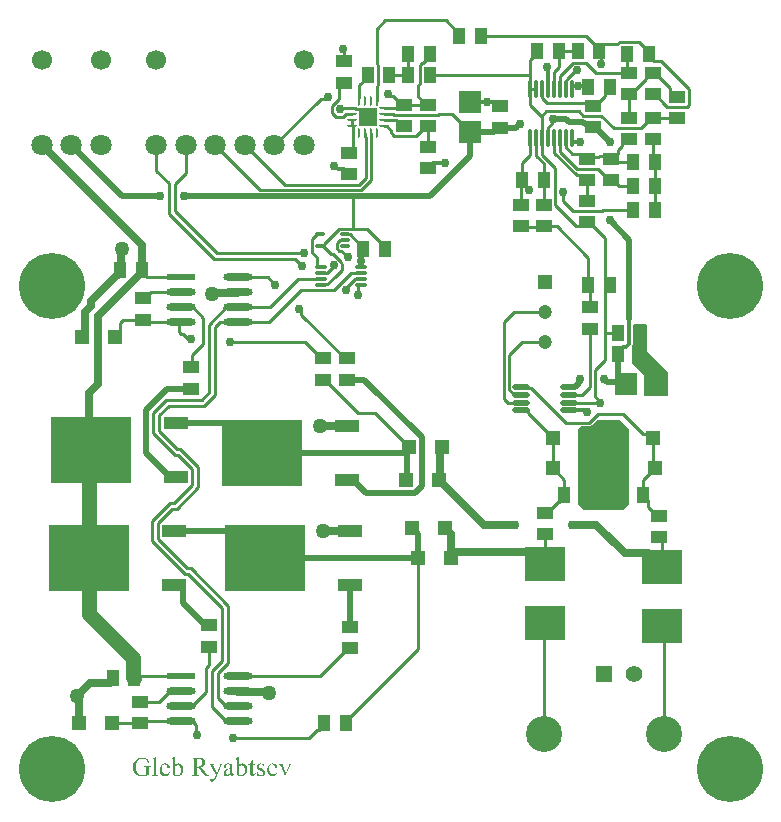
<source format=gbr>
%TF.GenerationSoftware,Altium Limited,Altium Designer,23.3.1 (30)*%
G04 Layer_Physical_Order=1*
G04 Layer_Color=255*
%FSLAX45Y45*%
%MOMM*%
%TF.SameCoordinates,805B0A7C-C0AB-40D2-B4E8-8F8973F9869A*%
%TF.FilePolarity,Positive*%
%TF.FileFunction,Copper,L1,Top,Signal*%
%TF.Part,Single*%
G01*
G75*
%TA.AperFunction,SMDPad,CuDef*%
%ADD10R,2.05000X1.00000*%
%ADD11R,6.90000X5.65000*%
%ADD12R,1.20000X1.20000*%
G04:AMPARAMS|DCode=13|XSize=0.3mm|YSize=1mm|CornerRadius=0.0495mm|HoleSize=0mm|Usage=FLASHONLY|Rotation=270.000|XOffset=0mm|YOffset=0mm|HoleType=Round|Shape=RoundedRectangle|*
%AMROUNDEDRECTD13*
21,1,0.30000,0.90100,0,0,270.0*
21,1,0.20100,1.00000,0,0,270.0*
1,1,0.09900,-0.45050,-0.10050*
1,1,0.09900,-0.45050,0.10050*
1,1,0.09900,0.45050,0.10050*
1,1,0.09900,0.45050,-0.10050*
%
%ADD13ROUNDEDRECTD13*%
%ADD14O,0.30000X1.65000*%
%ADD15R,1.44780X1.11760*%
G04:AMPARAMS|DCode=16|XSize=2.48393mm|YSize=0.60684mm|CornerRadius=0.30342mm|HoleSize=0mm|Usage=FLASHONLY|Rotation=0.000|XOffset=0mm|YOffset=0mm|HoleType=Round|Shape=RoundedRectangle|*
%AMROUNDEDRECTD16*
21,1,2.48393,0.00000,0,0,0.0*
21,1,1.87709,0.60684,0,0,0.0*
1,1,0.60684,0.93854,0.00000*
1,1,0.60684,-0.93854,0.00000*
1,1,0.60684,-0.93854,0.00000*
1,1,0.60684,0.93854,0.00000*
%
%ADD16ROUNDEDRECTD16*%
%ADD17R,2.48393X0.60684*%
%ADD18R,1.11760X1.44780*%
%ADD19R,3.50000X3.00000*%
%ADD20O,1.50000X0.45000*%
%ADD21R,1.90620X1.95395*%
%ADD22R,1.60000X1.60000*%
G04:AMPARAMS|DCode=23|XSize=0.23928mm|YSize=0.80602mm|CornerRadius=0.11964mm|HoleSize=0mm|Usage=FLASHONLY|Rotation=270.000|XOffset=0mm|YOffset=0mm|HoleType=Round|Shape=RoundedRectangle|*
%AMROUNDEDRECTD23*
21,1,0.23928,0.56673,0,0,270.0*
21,1,0.00000,0.80602,0,0,270.0*
1,1,0.23928,-0.28337,0.00000*
1,1,0.23928,-0.28337,0.00000*
1,1,0.23928,0.28337,0.00000*
1,1,0.23928,0.28337,0.00000*
%
%ADD23ROUNDEDRECTD23*%
G04:AMPARAMS|DCode=24|XSize=0.80602mm|YSize=0.23928mm|CornerRadius=0.11964mm|HoleSize=0mm|Usage=FLASHONLY|Rotation=270.000|XOffset=0mm|YOffset=0mm|HoleType=Round|Shape=RoundedRectangle|*
%AMROUNDEDRECTD24*
21,1,0.80602,0.00000,0,0,270.0*
21,1,0.56673,0.23928,0,0,270.0*
1,1,0.23928,0.00000,-0.28337*
1,1,0.23928,0.00000,0.28337*
1,1,0.23928,0.00000,0.28337*
1,1,0.23928,0.00000,-0.28337*
%
%ADD24ROUNDEDRECTD24*%
%ADD25R,0.23928X0.80602*%
G04:AMPARAMS|DCode=26|XSize=0.3mm|YSize=0.8mm|CornerRadius=0.0495mm|HoleSize=0mm|Usage=FLASHONLY|Rotation=270.000|XOffset=0mm|YOffset=0mm|HoleType=Round|Shape=RoundedRectangle|*
%AMROUNDEDRECTD26*
21,1,0.30000,0.70100,0,0,270.0*
21,1,0.20100,0.80000,0,0,270.0*
1,1,0.09900,-0.35050,-0.10050*
1,1,0.09900,-0.35050,0.10050*
1,1,0.09900,0.35050,0.10050*
1,1,0.09900,0.35050,-0.10050*
%
%ADD26ROUNDEDRECTD26*%
%ADD27R,1.95395X1.90620*%
%TA.AperFunction,Conductor*%
%ADD28C,0.63500*%
%ADD29C,0.50800*%
%ADD30C,0.25400*%
%ADD31C,0.30480*%
%ADD32C,1.27000*%
%TA.AperFunction,ComponentPad*%
%ADD33C,1.40000*%
%ADD34R,1.40000X1.40000*%
%ADD35C,3.05000*%
%ADD36C,1.20000*%
%ADD37R,1.20000X1.20000*%
%ADD38C,1.70000*%
%ADD39C,1.80000*%
%TA.AperFunction,ViaPad*%
%ADD40C,5.58800*%
%ADD41C,1.27000*%
%ADD42C,0.76200*%
G36*
X5499100Y3568700D02*
Y2933700D01*
X5448300Y2882900D01*
X5118100D01*
X5067300Y2933700D01*
Y3568700D01*
X5089613Y3591013D01*
X5160693D01*
X5160695Y3591012D01*
X5171596Y3593181D01*
X5180838Y3599356D01*
X5226382Y3644900D01*
X5422900D01*
X5499100Y3568700D01*
D02*
G37*
G36*
X5651500Y4445000D02*
Y4229100D01*
X5829300Y4051300D01*
Y3848100D01*
X5626100D01*
Y4025900D01*
X5524500Y4127500D01*
Y4268732D01*
X5527812Y4273688D01*
X5530177Y4285581D01*
Y4450677D01*
X5537200Y4457700D01*
X5638800D01*
X5651500Y4445000D01*
D02*
G37*
G36*
X1431661Y738187D02*
X1427607D01*
Y738363D01*
X1427254Y738892D01*
X1427078Y739949D01*
X1426549Y741183D01*
X1426021Y742594D01*
X1425139Y744356D01*
X1424434Y746119D01*
X1423376Y748234D01*
X1421261Y752641D01*
X1418617Y757048D01*
X1415620Y761279D01*
X1414034Y763218D01*
X1412271Y764981D01*
X1412095Y765157D01*
X1411566Y765510D01*
X1410861Y766215D01*
X1409803Y767096D01*
X1408569Y767977D01*
X1406806Y769211D01*
X1405044Y770445D01*
X1402928Y771679D01*
X1400460Y772913D01*
X1397816Y773971D01*
X1394996Y775205D01*
X1391823Y776086D01*
X1388650Y776967D01*
X1385124Y777673D01*
X1381423Y778025D01*
X1377545Y778201D01*
X1376311D01*
X1374724Y778025D01*
X1372785Y777849D01*
X1370317Y777496D01*
X1367673Y776967D01*
X1364500Y776262D01*
X1361151Y775381D01*
X1357625Y774147D01*
X1354100Y772561D01*
X1350398Y770798D01*
X1346696Y768506D01*
X1343171Y765862D01*
X1339645Y762865D01*
X1336472Y759340D01*
X1333476Y755286D01*
X1333299Y755109D01*
X1332947Y754404D01*
X1332242Y753346D01*
X1331537Y751760D01*
X1330655Y749997D01*
X1329598Y747706D01*
X1328364Y745238D01*
X1327306Y742241D01*
X1326072Y739068D01*
X1324838Y735543D01*
X1323780Y731665D01*
X1322899Y727786D01*
X1322194Y723380D01*
X1321489Y718973D01*
X1321136Y714213D01*
X1320960Y709277D01*
Y709101D01*
Y708396D01*
Y707162D01*
X1321136Y705576D01*
Y703637D01*
X1321489Y701521D01*
X1321665Y698877D01*
X1322018Y696233D01*
X1322370Y693236D01*
X1323075Y690063D01*
X1324486Y683365D01*
X1326601Y676490D01*
X1327835Y672965D01*
X1329245Y669615D01*
X1329421Y669439D01*
X1329598Y668910D01*
X1330126Y667853D01*
X1330831Y666795D01*
X1331713Y665208D01*
X1332594Y663622D01*
X1333828Y661683D01*
X1335238Y659744D01*
X1338411Y655513D01*
X1342113Y651106D01*
X1346520Y647052D01*
X1348812Y645113D01*
X1351279Y643527D01*
X1351456D01*
X1351808Y643174D01*
X1352690Y642821D01*
X1353571Y642293D01*
X1354805Y641587D01*
X1356391Y640882D01*
X1357978Y640177D01*
X1359917Y639472D01*
X1363971Y637886D01*
X1368731Y636475D01*
X1373843Y635594D01*
X1376487Y635418D01*
X1379131Y635242D01*
X1380541D01*
X1382128Y635418D01*
X1384243Y635594D01*
X1386711Y635770D01*
X1389355Y636123D01*
X1392176Y636652D01*
X1395172Y637357D01*
X1395348D01*
X1395525Y637533D01*
X1396582Y637709D01*
X1397993Y638238D01*
X1400108Y638943D01*
X1402400Y639825D01*
X1405044Y640882D01*
X1407688Y642116D01*
X1410508Y643527D01*
Y687419D01*
Y687596D01*
Y687948D01*
Y688477D01*
Y689358D01*
Y691297D01*
X1410332Y693589D01*
X1410156Y696057D01*
X1409803Y698525D01*
X1409274Y700816D01*
X1409098Y701698D01*
X1408745Y702403D01*
Y702579D01*
X1408393Y702932D01*
X1408040Y703637D01*
X1407335Y704342D01*
X1406630Y705223D01*
X1405749Y706281D01*
X1404515Y707162D01*
X1403281Y707867D01*
X1403105Y708044D01*
X1402576Y708220D01*
X1401694Y708572D01*
X1400460Y708925D01*
X1398698Y709277D01*
X1396406Y709454D01*
X1393762Y709806D01*
X1390589D01*
Y713861D01*
X1449289D01*
Y709806D01*
X1445058D01*
X1443472Y709454D01*
X1441709Y709101D01*
X1439594Y708396D01*
X1437655Y707338D01*
X1435892Y705752D01*
X1434482Y703813D01*
Y703637D01*
X1434129Y702932D01*
X1433777Y701874D01*
X1433424Y700111D01*
X1433072Y697996D01*
X1432719Y695175D01*
X1432543Y691650D01*
X1432366Y689535D01*
Y687419D01*
Y641059D01*
X1432190D01*
X1431838Y640706D01*
X1431133Y640354D01*
X1430251Y640001D01*
X1429017Y639296D01*
X1427607Y638591D01*
X1426021Y637886D01*
X1424434Y637181D01*
X1420556Y635418D01*
X1416149Y633831D01*
X1411742Y632245D01*
X1406983Y630835D01*
X1406806D01*
X1406454Y630658D01*
X1405749Y630482D01*
X1404867Y630306D01*
X1403633Y630130D01*
X1402223Y629777D01*
X1400637Y629601D01*
X1398874Y629248D01*
X1396759Y628896D01*
X1394643Y628719D01*
X1389884Y628191D01*
X1384772Y627838D01*
X1379131Y627662D01*
X1377192D01*
X1376134Y627838D01*
X1374900D01*
X1373490Y628014D01*
X1371904Y628191D01*
X1368202Y628543D01*
X1363971Y629072D01*
X1359388Y629953D01*
X1354276Y631187D01*
X1348988Y632597D01*
X1343523Y634536D01*
X1338059Y636828D01*
X1332418Y639472D01*
X1326953Y642645D01*
X1321841Y646523D01*
X1316906Y650754D01*
X1312322Y655690D01*
X1312146Y655866D01*
X1311617Y656571D01*
X1310736Y657805D01*
X1309678Y659391D01*
X1308444Y661507D01*
X1307034Y663798D01*
X1305448Y666619D01*
X1303861Y669792D01*
X1302275Y673141D01*
X1300688Y676843D01*
X1299278Y680897D01*
X1298044Y685304D01*
X1296986Y689711D01*
X1296105Y694470D01*
X1295576Y699406D01*
X1295400Y704518D01*
Y704694D01*
Y705399D01*
Y706457D01*
X1295576Y707867D01*
X1295753Y709630D01*
X1295929Y711745D01*
X1296281Y714213D01*
X1296634Y716857D01*
X1297163Y719678D01*
X1297692Y722674D01*
X1299454Y729020D01*
X1300512Y732370D01*
X1301746Y735895D01*
X1303332Y739244D01*
X1304919Y742770D01*
X1305095Y742946D01*
X1305448Y743651D01*
X1306153Y744885D01*
X1307034Y746295D01*
X1308268Y748234D01*
X1309678Y750350D01*
X1311265Y752641D01*
X1313204Y755109D01*
X1315319Y757753D01*
X1317611Y760574D01*
X1320255Y763394D01*
X1323075Y766215D01*
X1326072Y768859D01*
X1329245Y771503D01*
X1332594Y773971D01*
X1336296Y776262D01*
X1336472Y776439D01*
X1337001Y776615D01*
X1338059Y777144D01*
X1339293Y777849D01*
X1340879Y778554D01*
X1342818Y779435D01*
X1344934Y780317D01*
X1347401Y781198D01*
X1350222Y782079D01*
X1353219Y782961D01*
X1356391Y783842D01*
X1359917Y784547D01*
X1363619Y785252D01*
X1367321Y785781D01*
X1371375Y785958D01*
X1375606Y786134D01*
X1378602D01*
X1380541Y785958D01*
X1382833Y785781D01*
X1385477Y785605D01*
X1390589Y784724D01*
X1390942D01*
X1391823Y784371D01*
X1393409Y784018D01*
X1395525Y783490D01*
X1398169Y782608D01*
X1401518Y781551D01*
X1405396Y780317D01*
X1409803Y778730D01*
X1410156Y778554D01*
X1410861Y778378D01*
X1411918Y778025D01*
X1413152Y777673D01*
X1415973Y776791D01*
X1417207Y776615D01*
X1418088Y776439D01*
X1418441D01*
X1419322Y776615D01*
X1420556Y777320D01*
X1421261Y777673D01*
X1421790Y778378D01*
Y778554D01*
X1421966Y778730D01*
X1422319Y779259D01*
X1422671Y780140D01*
X1423024Y781198D01*
X1423200Y782432D01*
X1423553Y784195D01*
X1423729Y786134D01*
X1427783D01*
X1431661Y738187D01*
D02*
G37*
G36*
X2410698Y701698D02*
X2406996D01*
Y701874D01*
X2406820Y702403D01*
X2406468Y703284D01*
X2406291Y704342D01*
X2405763Y705752D01*
X2405234Y707162D01*
X2404000Y710688D01*
X2402413Y714390D01*
X2400474Y718092D01*
X2398359Y721441D01*
X2397125Y722851D01*
X2395891Y724085D01*
X2395539Y724261D01*
X2394657Y724966D01*
X2393247Y726024D01*
X2391308Y727082D01*
X2389016Y728139D01*
X2386020Y729197D01*
X2382847Y729902D01*
X2379145Y730078D01*
X2377911D01*
X2376324Y729902D01*
X2374562Y729549D01*
X2372623Y729021D01*
X2370507Y728316D01*
X2368392Y727258D01*
X2366453Y725848D01*
X2366277Y725671D01*
X2365748Y725143D01*
X2364866Y724261D01*
X2364161Y723204D01*
X2363280Y721793D01*
X2362399Y720207D01*
X2361870Y718444D01*
X2361694Y716681D01*
Y716329D01*
Y715624D01*
X2361870Y714390D01*
X2362222Y712980D01*
X2362575Y711217D01*
X2363104Y709454D01*
X2363985Y707691D01*
X2365219Y705928D01*
X2365395Y705752D01*
X2365924Y705223D01*
X2366806Y704166D01*
X2368216Y702932D01*
X2370155Y701522D01*
X2372623Y699759D01*
X2375619Y697996D01*
X2379321Y696057D01*
X2395715Y688125D01*
X2395891Y687948D01*
X2396772Y687596D01*
X2397830Y687067D01*
X2399240Y686186D01*
X2401003Y684952D01*
X2402942Y683718D01*
X2405057Y682131D01*
X2407173Y680368D01*
X2409288Y678253D01*
X2411227Y676138D01*
X2413166Y673670D01*
X2414929Y671026D01*
X2416339Y668382D01*
X2417397Y665385D01*
X2418278Y662212D01*
X2418454Y658863D01*
Y658687D01*
Y658334D01*
Y657453D01*
X2418278Y656571D01*
X2418102Y655337D01*
X2417926Y653927D01*
X2417220Y650754D01*
X2415810Y647229D01*
X2415105Y645290D01*
X2414047Y643527D01*
X2412814Y641588D01*
X2411403Y639825D01*
X2409817Y638062D01*
X2407878Y636299D01*
X2407702Y636123D01*
X2407349Y635947D01*
X2406820Y635594D01*
X2405939Y635066D01*
X2405057Y634360D01*
X2403823Y633655D01*
X2402413Y632950D01*
X2401003Y632069D01*
X2397478Y630482D01*
X2393423Y629248D01*
X2388840Y628191D01*
X2386548Y628014D01*
X2384081Y627838D01*
X2382494D01*
X2381613Y628014D01*
X2380555D01*
X2377911Y628191D01*
X2374738Y628543D01*
X2371212Y629248D01*
X2367158Y629954D01*
X2362751Y631011D01*
X2362575D01*
X2362222Y631187D01*
X2361517Y631364D01*
X2360636Y631540D01*
X2358521Y631893D01*
X2356582Y632069D01*
X2356229D01*
X2355171Y631716D01*
X2354642Y631364D01*
X2353937Y631011D01*
X2353232Y630306D01*
X2352703Y629425D01*
X2349002D01*
Y666090D01*
X2352703D01*
Y665914D01*
X2352880Y665385D01*
X2353056Y664504D01*
X2353232Y663446D01*
X2353761Y662212D01*
X2354114Y660626D01*
X2355348Y657100D01*
X2356934Y653398D01*
X2358873Y649344D01*
X2361517Y645642D01*
X2362927Y643879D01*
X2364514Y642293D01*
X2364690D01*
X2364866Y641940D01*
X2365395Y641588D01*
X2366100Y641059D01*
X2367863Y639825D01*
X2370331Y638415D01*
X2373328Y636828D01*
X2376677Y635594D01*
X2380379Y634713D01*
X2382318Y634537D01*
X2384433Y634360D01*
X2385667D01*
X2387077Y634537D01*
X2388840Y634889D01*
X2390779Y635418D01*
X2392894Y636299D01*
X2395010Y637357D01*
X2396949Y638767D01*
X2397125Y638944D01*
X2397654Y639649D01*
X2398535Y640530D01*
X2399417Y641940D01*
X2400298Y643527D01*
X2401179Y645290D01*
X2401708Y647405D01*
X2401884Y649696D01*
Y649873D01*
Y650049D01*
Y650930D01*
X2401532Y652517D01*
X2401179Y654280D01*
X2400474Y656219D01*
X2399593Y658510D01*
X2398183Y660626D01*
X2396420Y662741D01*
X2396244Y662917D01*
X2395362Y663622D01*
X2393776Y664856D01*
X2392894Y665561D01*
X2391660Y666443D01*
X2390250Y667324D01*
X2388664Y668382D01*
X2386901Y669439D01*
X2384962Y670497D01*
X2382670Y671731D01*
X2380203Y673141D01*
X2377558Y674551D01*
X2374562Y675962D01*
X2374385Y676138D01*
X2373857Y676314D01*
X2372975Y676843D01*
X2371918Y677372D01*
X2370684Y678077D01*
X2369097Y678958D01*
X2365924Y680897D01*
X2362222Y683189D01*
X2358873Y685480D01*
X2357287Y686891D01*
X2355700Y688125D01*
X2354466Y689359D01*
X2353409Y690592D01*
X2353232Y690945D01*
X2352703Y691826D01*
X2351822Y693060D01*
X2350941Y694999D01*
X2350059Y697291D01*
X2349178Y700111D01*
X2348649Y703284D01*
X2348473Y706810D01*
Y706986D01*
Y707339D01*
Y708044D01*
X2348649Y708925D01*
X2348825Y709983D01*
X2349002Y711217D01*
X2349530Y714213D01*
X2350588Y717563D01*
X2352175Y721088D01*
X2353056Y722851D01*
X2354290Y724614D01*
X2355524Y726376D01*
X2357110Y727963D01*
X2357287Y728139D01*
X2357463Y728316D01*
X2357992Y728844D01*
X2358697Y729373D01*
X2359578Y729902D01*
X2360636Y730783D01*
X2363104Y732370D01*
X2366453Y733956D01*
X2370155Y735190D01*
X2374562Y736248D01*
X2377030Y736424D01*
X2379497Y736601D01*
X2380555D01*
X2381789Y736424D01*
X2383552Y736248D01*
X2385667Y735895D01*
X2388135Y735543D01*
X2390955Y734838D01*
X2394128Y733956D01*
X2394305D01*
X2395010Y733780D01*
X2396067Y733428D01*
X2397301Y733251D01*
X2399769Y732546D01*
X2400827Y732370D01*
X2402061D01*
X2402766Y732546D01*
X2403647Y732722D01*
X2404529Y733075D01*
X2404705Y733251D01*
X2405234Y733780D01*
X2405939Y734838D01*
X2406468Y735719D01*
X2406996Y736601D01*
X2410698D01*
Y701698D01*
D02*
G37*
G36*
X2056031Y729549D02*
X2055855D01*
X2055326Y729373D01*
X2054621D01*
X2053739Y729197D01*
X2051624Y728492D01*
X2049685Y727610D01*
X2049509D01*
X2049332Y727434D01*
X2048275Y726553D01*
X2047393Y725848D01*
X2046688Y724966D01*
X2045807Y723909D01*
X2044749Y722675D01*
X2044573Y722322D01*
X2044220Y721793D01*
X2043868Y721088D01*
X2043339Y719854D01*
X2042634Y718444D01*
X2041929Y716505D01*
X2040871Y714037D01*
X1999094Y611797D01*
Y611621D01*
X1998741Y611092D01*
X1998565Y610387D01*
X1998036Y609329D01*
X1997331Y608095D01*
X1996626Y606685D01*
X1994863Y603512D01*
X1992572Y599810D01*
X1989927Y596108D01*
X1986754Y592583D01*
X1983229Y589410D01*
X1983053D01*
X1982876Y589057D01*
X1982348Y588705D01*
X1981642Y588176D01*
X1979703Y586942D01*
X1977236Y585532D01*
X1974415Y584122D01*
X1971242Y582888D01*
X1967893Y582006D01*
X1966130Y581830D01*
X1964367Y581654D01*
X1963310D01*
X1962076Y581830D01*
X1960666Y582182D01*
X1958903Y582535D01*
X1957140Y583240D01*
X1955377Y584298D01*
X1953615Y585532D01*
X1953438Y585708D01*
X1952909Y586237D01*
X1952204Y586942D01*
X1951499Y588176D01*
X1950794Y589410D01*
X1950089Y590820D01*
X1949560Y592583D01*
X1949384Y594346D01*
Y594522D01*
Y595051D01*
X1949560Y595932D01*
X1949737Y596990D01*
X1950089Y598224D01*
X1950618Y599458D01*
X1951323Y600691D01*
X1952381Y601749D01*
X1952557Y601925D01*
X1952909Y602278D01*
X1953615Y602630D01*
X1954496Y603159D01*
X1955730Y603688D01*
X1957140Y604217D01*
X1958903Y604393D01*
X1960842Y604570D01*
X1961547D01*
X1962428Y604393D01*
X1963486Y604217D01*
X1964896Y604041D01*
X1966659Y603688D01*
X1968598Y602983D01*
X1970890Y602278D01*
X1971066D01*
X1971595Y602102D01*
X1972476Y601749D01*
X1973357Y601573D01*
X1975297Y600868D01*
X1976002Y600691D01*
X1977059D01*
X1977764Y600868D01*
X1978646Y601220D01*
X1979703Y601573D01*
X1980937Y602102D01*
X1982348Y602983D01*
X1983758Y604217D01*
X1983934Y604393D01*
X1984463Y604922D01*
X1985344Y605803D01*
X1986226Y607214D01*
X1987460Y608976D01*
X1988870Y611268D01*
X1990280Y614088D01*
X1991866Y617438D01*
X1999094Y635242D01*
X1962252Y712274D01*
Y712450D01*
X1961900Y712979D01*
X1961547Y713684D01*
X1960842Y714742D01*
X1960137Y715976D01*
X1959255Y717562D01*
X1958021Y719149D01*
X1956788Y721088D01*
X1956611Y721264D01*
X1956435Y721793D01*
X1955906Y722322D01*
X1955201Y723203D01*
X1953791Y724966D01*
X1952909Y725671D01*
X1952204Y726376D01*
X1952028D01*
X1951676Y726729D01*
X1951147Y727081D01*
X1950265Y727434D01*
X1949031Y727963D01*
X1947621Y728492D01*
X1946035Y729020D01*
X1943919Y729549D01*
Y733604D01*
X1991866D01*
Y729549D01*
X1988694D01*
X1987812Y729373D01*
X1986754Y729197D01*
X1984287Y728668D01*
X1983053Y727963D01*
X1981995Y727258D01*
X1981819Y727081D01*
X1981642Y726905D01*
X1981290Y726376D01*
X1980761Y725847D01*
X1979880Y724085D01*
X1979703Y723027D01*
X1979527Y721793D01*
Y721617D01*
Y720912D01*
X1979703Y720030D01*
X1980056Y718620D01*
X1980409Y716857D01*
X1981114Y714742D01*
X1981995Y712450D01*
X1983229Y709630D01*
X2008260Y657805D01*
X2031176Y714566D01*
Y714742D01*
X2031529Y715447D01*
X2031705Y716329D01*
X2032057Y717386D01*
X2032410Y718797D01*
X2032586Y720383D01*
X2032939Y723732D01*
Y723909D01*
Y724085D01*
Y724790D01*
X2032586Y725848D01*
X2032234Y726729D01*
X2032057Y726905D01*
X2031529Y727434D01*
X2030647Y728139D01*
X2029413Y728668D01*
X2029061Y728844D01*
X2028532Y729021D01*
X2027827Y729197D01*
X2026945D01*
X2025711Y729373D01*
X2024301Y729549D01*
X2022715D01*
Y733604D01*
X2056031D01*
Y729549D01*
D02*
G37*
G36*
X2640562D02*
X2640386D01*
X2639681Y729373D01*
X2638623D01*
X2637389Y729021D01*
X2634745Y728316D01*
X2633511Y727787D01*
X2632453Y727082D01*
X2632277Y726905D01*
X2631748Y726376D01*
X2631043Y725671D01*
X2630162Y724437D01*
X2629104Y722851D01*
X2627870Y720912D01*
X2626636Y718620D01*
X2625402Y715800D01*
X2589266Y627838D01*
X2584683D01*
X2548194Y714213D01*
X2548017Y714566D01*
X2547841Y715271D01*
X2547312Y716329D01*
X2546607Y717563D01*
X2545197Y720559D01*
X2544315Y721970D01*
X2543434Y723027D01*
X2543258Y723204D01*
X2543082Y723556D01*
X2542553Y723909D01*
X2541848Y724614D01*
X2540085Y726024D01*
X2537793Y727610D01*
X2537617D01*
X2537441Y727787D01*
X2536912Y727963D01*
X2536207Y728139D01*
X2535149Y728492D01*
X2533739Y728844D01*
X2532152Y729197D01*
X2530213Y729549D01*
Y733604D01*
X2578337D01*
Y729549D01*
X2574459D01*
X2573577Y729373D01*
X2572696Y729197D01*
X2570404Y728668D01*
X2569347Y727963D01*
X2568465Y727258D01*
X2568289Y727082D01*
X2568113Y726905D01*
X2567760Y726376D01*
X2567408Y725848D01*
X2566526Y723909D01*
X2566350Y722851D01*
X2566174Y721617D01*
Y721441D01*
Y720912D01*
X2566350Y720031D01*
X2566526Y718973D01*
X2566703Y717563D01*
X2567231Y715976D01*
X2567760Y714213D01*
X2568642Y712274D01*
X2592439Y655690D01*
X2616412Y714390D01*
X2616589Y714742D01*
X2616765Y715447D01*
X2617117Y716505D01*
X2617646Y717915D01*
X2618528Y721088D01*
X2618704Y722675D01*
X2618880Y723909D01*
Y724261D01*
X2618704Y724790D01*
X2618528Y725671D01*
X2617999Y726553D01*
X2617823Y726905D01*
X2617117Y727434D01*
X2616060Y728316D01*
X2614826Y728844D01*
X2614650D01*
X2614473Y729021D01*
X2613944D01*
X2613063Y729197D01*
X2612005Y729373D01*
X2610772D01*
X2609009Y729549D01*
X2607070D01*
Y733604D01*
X2640562D01*
Y729549D01*
D02*
G37*
G36*
X1855253Y782608D02*
X1857544D01*
X1860012Y782432D01*
X1862832D01*
X1868650Y781903D01*
X1874467Y781374D01*
X1877287Y780846D01*
X1880107Y780493D01*
X1882575Y779964D01*
X1884867Y779259D01*
X1885043D01*
X1885396Y779083D01*
X1885925Y778906D01*
X1886806Y778554D01*
X1887687Y778201D01*
X1888921Y777673D01*
X1891565Y776262D01*
X1894562Y774500D01*
X1897911Y772208D01*
X1901084Y769564D01*
X1904257Y766215D01*
X1904434Y766038D01*
X1904610Y765862D01*
X1904962Y765333D01*
X1905491Y764452D01*
X1906196Y763570D01*
X1906901Y762513D01*
X1908312Y759869D01*
X1909722Y756519D01*
X1911132Y752641D01*
X1912013Y748411D01*
X1912366Y746119D01*
Y743651D01*
Y743475D01*
Y743122D01*
Y742241D01*
X1912190Y741360D01*
X1912013Y740126D01*
X1911837Y738716D01*
X1911308Y735366D01*
X1910074Y731665D01*
X1908488Y727434D01*
X1907430Y725495D01*
X1906196Y723380D01*
X1904786Y721264D01*
X1903200Y719325D01*
X1903023Y719149D01*
X1902847Y718796D01*
X1902318Y718444D01*
X1901437Y717739D01*
X1900556Y716857D01*
X1899322Y715800D01*
X1897911Y714742D01*
X1896149Y713684D01*
X1894386Y712450D01*
X1892271Y711393D01*
X1889979Y710159D01*
X1887335Y708925D01*
X1884514Y707867D01*
X1881518Y706633D01*
X1878345Y705752D01*
X1874819Y704871D01*
X1906373Y661330D01*
X1906549Y661154D01*
X1906901Y660625D01*
X1907430Y659920D01*
X1908135Y658863D01*
X1909017Y657629D01*
X1910251Y656218D01*
X1912719Y653222D01*
X1915539Y649696D01*
X1918712Y646523D01*
X1921709Y643527D01*
X1923295Y642293D01*
X1924705Y641235D01*
X1924882D01*
X1925058Y641059D01*
X1926116Y640530D01*
X1927878Y639648D01*
X1930170Y638591D01*
X1932990Y637533D01*
X1936516Y636475D01*
X1940570Y635770D01*
X1944977Y635065D01*
Y631011D01*
X1904434D01*
X1852961Y702050D01*
X1852080D01*
X1851022Y701874D01*
X1849788D01*
X1846791Y701698D01*
X1840269D01*
X1839564Y701874D01*
X1838506D01*
X1837272Y702050D01*
Y657805D01*
Y657629D01*
Y657100D01*
Y656395D01*
Y655513D01*
X1837449Y654279D01*
Y653045D01*
X1837625Y650225D01*
X1837978Y647052D01*
X1838506Y644055D01*
X1838859Y642821D01*
X1839211Y641587D01*
X1839740Y640530D01*
X1840269Y639825D01*
X1840445Y639648D01*
X1841150Y639120D01*
X1842032Y638238D01*
X1843442Y637533D01*
X1845205Y636652D01*
X1847496Y635770D01*
X1849964Y635242D01*
X1852961Y635065D01*
X1858954D01*
Y631011D01*
X1794085D01*
Y635065D01*
X1800607D01*
X1801312Y635242D01*
X1802899Y635418D01*
X1805014Y635770D01*
X1807306Y636652D01*
X1809421Y637709D01*
X1811536Y639120D01*
X1813299Y641235D01*
X1813475Y641411D01*
X1813651Y641940D01*
X1814004Y642998D01*
X1814533Y644584D01*
X1815062Y646876D01*
X1815238Y648110D01*
X1815414Y649696D01*
X1815590Y651459D01*
Y653398D01*
X1815767Y655513D01*
Y657805D01*
Y755991D01*
Y756167D01*
Y756696D01*
Y757401D01*
Y758282D01*
X1815590Y759340D01*
Y760750D01*
X1815414Y763570D01*
X1815062Y766567D01*
X1814357Y769564D01*
X1814004Y770798D01*
X1813651Y772032D01*
X1813123Y773089D01*
X1812594Y773794D01*
X1812418Y773971D01*
X1811712Y774500D01*
X1810831Y775381D01*
X1809421Y776262D01*
X1807482Y777144D01*
X1805366Y778025D01*
X1802722Y778554D01*
X1799726Y778730D01*
X1794085D01*
Y782785D01*
X1853137D01*
X1855253Y782608D01*
D02*
G37*
G36*
X1495297Y654103D02*
Y653927D01*
Y653751D01*
Y653222D01*
Y652517D01*
Y650930D01*
X1495473Y648815D01*
X1495650Y646699D01*
X1495826Y644584D01*
X1496178Y642645D01*
X1496531Y641235D01*
Y641059D01*
X1496883Y640706D01*
X1497060Y640177D01*
X1497589Y639472D01*
X1498999Y638062D01*
X1500762Y636652D01*
X1500938D01*
X1501290Y636475D01*
X1502172Y636123D01*
X1503229Y635947D01*
X1504816Y635594D01*
X1506755Y635242D01*
X1509047Y635065D01*
X1511867D01*
Y631011D01*
X1461628D01*
Y635065D01*
X1463920D01*
X1465506Y635242D01*
X1468679Y635594D01*
X1470090Y635947D01*
X1471147Y636475D01*
X1471323D01*
X1471676Y636828D01*
X1472734Y637533D01*
X1473968Y639120D01*
X1474673Y640001D01*
X1475202Y641235D01*
Y641411D01*
X1475378Y641940D01*
X1475730Y642821D01*
X1476083Y644055D01*
X1476259Y645818D01*
X1476612Y648110D01*
X1476788Y650754D01*
Y654103D01*
Y747353D01*
Y747529D01*
Y748058D01*
Y748940D01*
Y750174D01*
Y751407D01*
Y752994D01*
X1476612Y756343D01*
Y760045D01*
X1476435Y763394D01*
X1476259Y764981D01*
Y766391D01*
X1476083Y767449D01*
X1475907Y768330D01*
Y768506D01*
X1475730Y769035D01*
X1475554Y769740D01*
X1475378Y770622D01*
X1474496Y772384D01*
X1474144Y773089D01*
X1473439Y773794D01*
X1473086Y773971D01*
X1472205Y774676D01*
X1470795Y775205D01*
X1469032Y775381D01*
X1467974D01*
X1467093Y775205D01*
X1466035Y775028D01*
X1464801Y774676D01*
X1463215Y774147D01*
X1461628Y773618D01*
X1459866Y777673D01*
X1490185Y790188D01*
X1495297D01*
Y654103D01*
D02*
G37*
G36*
X2310750Y733604D02*
X2334547D01*
Y726024D01*
X2310750Y725848D01*
Y659215D01*
Y659039D01*
Y658863D01*
Y658334D01*
Y657629D01*
X2310926Y655866D01*
X2311102Y653751D01*
X2311455Y651459D01*
X2311984Y649344D01*
X2312689Y647229D01*
X2313570Y645642D01*
X2313746Y645466D01*
X2314099Y645113D01*
X2314628Y644584D01*
X2315509Y644056D01*
X2316567Y643351D01*
X2317801Y642822D01*
X2319211Y642469D01*
X2320797Y642293D01*
X2321503D01*
X2322208Y642469D01*
X2323089Y642645D01*
X2325381Y643174D01*
X2326791Y643703D01*
X2328025Y644408D01*
X2328201Y644584D01*
X2328554Y644761D01*
X2329259Y645466D01*
X2329964Y646171D01*
X2330845Y647052D01*
X2331903Y648286D01*
X2332784Y649696D01*
X2333489Y651283D01*
X2337896D01*
Y651107D01*
X2337720Y650754D01*
X2337544Y650225D01*
X2337191Y649520D01*
X2336310Y647405D01*
X2334900Y645113D01*
X2333313Y642293D01*
X2331374Y639649D01*
X2329259Y637005D01*
X2326615Y634713D01*
X2326262Y634537D01*
X2325381Y633832D01*
X2323970Y632950D01*
X2322208Y632069D01*
X2319916Y631011D01*
X2317448Y630130D01*
X2314804Y629425D01*
X2311984Y629248D01*
X2311102D01*
X2310045Y629425D01*
X2308811Y629601D01*
X2307224Y629954D01*
X2305461Y630482D01*
X2303699Y631187D01*
X2301760Y632069D01*
X2301583Y632245D01*
X2300878Y632598D01*
X2299997Y633303D01*
X2298939Y634184D01*
X2297882Y635242D01*
X2296648Y636652D01*
X2295590Y638239D01*
X2294532Y640178D01*
X2294356Y640354D01*
X2294180Y641235D01*
X2293827Y642469D01*
X2293475Y644232D01*
X2292946Y646700D01*
X2292593Y649520D01*
X2292417Y652869D01*
X2292241Y656747D01*
Y726024D01*
X2276023D01*
Y729549D01*
X2276376Y729726D01*
X2277081Y730078D01*
X2278315Y730607D01*
X2279901Y731489D01*
X2281664Y732722D01*
X2283780Y734133D01*
X2286071Y735895D01*
X2288363Y737834D01*
X2288715Y738187D01*
X2289420Y738892D01*
X2290654Y740126D01*
X2292241Y741713D01*
X2294004Y743828D01*
X2295943Y746119D01*
X2298058Y748764D01*
X2299997Y751584D01*
X2300173Y751760D01*
X2300526Y752465D01*
X2301055Y753523D01*
X2301936Y755109D01*
X2302994Y757225D01*
X2304228Y760045D01*
X2305638Y763394D01*
X2307224Y767273D01*
X2310750D01*
Y733604D01*
D02*
G37*
G36*
X2110148Y736424D02*
X2111558D01*
X2114731Y736072D01*
X2118256Y735367D01*
X2121958Y734661D01*
X2125660Y733428D01*
X2129185Y731841D01*
X2129538Y731665D01*
X2130243Y731136D01*
X2131477Y730431D01*
X2132887Y729197D01*
X2134474Y727787D01*
X2136060Y725848D01*
X2137647Y723732D01*
X2138881Y721088D01*
X2139057Y720912D01*
X2139233Y720031D01*
X2139586Y718797D01*
X2139938Y716858D01*
X2140115Y715624D01*
X2140291Y714213D01*
X2140467Y712627D01*
X2140643Y710688D01*
X2140820Y708749D01*
X2140996Y706457D01*
Y703989D01*
Y701345D01*
Y666619D01*
Y666443D01*
Y665914D01*
Y665209D01*
Y664327D01*
Y663093D01*
Y661859D01*
Y658863D01*
X2141172Y655866D01*
Y652869D01*
X2141349Y651459D01*
Y650402D01*
X2141525Y649344D01*
Y648639D01*
Y648463D01*
X2141701Y648110D01*
Y647581D01*
X2141877Y646876D01*
X2142582Y645290D01*
X2142935Y644761D01*
X2143288Y644232D01*
X2143464Y644056D01*
X2144169Y643703D01*
X2145227Y643351D01*
X2146284Y643174D01*
X2146637D01*
X2147342Y643351D01*
X2148400Y643527D01*
X2149457Y643879D01*
X2149633D01*
X2149986Y644232D01*
X2150515Y644761D01*
X2151396Y645466D01*
X2152630Y646523D01*
X2154217Y647934D01*
X2156332Y649873D01*
X2158624Y652164D01*
Y645818D01*
X2158447Y645642D01*
X2158095Y645113D01*
X2157390Y644232D01*
X2156508Y643174D01*
X2155274Y641940D01*
X2154040Y640530D01*
X2150867Y637533D01*
X2147166Y634360D01*
X2145227Y632950D01*
X2143111Y631716D01*
X2140996Y630659D01*
X2138881Y629777D01*
X2136589Y629248D01*
X2134474Y629072D01*
X2133592D01*
X2132535Y629248D01*
X2131301Y629601D01*
X2129891Y629954D01*
X2128480Y630659D01*
X2127070Y631540D01*
X2125660Y632774D01*
X2125484Y632950D01*
X2125131Y633479D01*
X2124602Y634537D01*
X2124073Y635947D01*
X2123545Y637710D01*
X2123016Y640001D01*
X2122663Y642645D01*
X2122487Y645818D01*
X2122311Y645642D01*
X2121782Y645290D01*
X2121077Y644584D01*
X2120019Y643879D01*
X2118609Y642822D01*
X2117199Y641764D01*
X2114026Y639472D01*
X2110676Y636828D01*
X2107327Y634537D01*
X2105917Y633655D01*
X2104507Y632774D01*
X2103449Y632069D01*
X2102568Y631540D01*
X2102215Y631364D01*
X2101510Y631187D01*
X2100276Y630659D01*
X2098690Y630306D01*
X2096927Y629777D01*
X2094635Y629248D01*
X2092344Y629072D01*
X2089876Y628896D01*
X2088818D01*
X2088113Y629072D01*
X2086174Y629248D01*
X2083706Y629777D01*
X2080886Y630659D01*
X2077889Y631893D01*
X2075069Y633655D01*
X2072248Y636123D01*
X2071896Y636476D01*
X2071191Y637357D01*
X2070133Y639120D01*
X2068899Y641235D01*
X2067665Y643879D01*
X2066607Y647229D01*
X2065902Y650930D01*
X2065550Y655161D01*
Y655337D01*
Y655514D01*
Y656395D01*
X2065726Y657805D01*
X2065902Y659568D01*
X2066431Y661683D01*
X2066960Y663799D01*
X2067841Y666090D01*
X2068899Y668205D01*
Y668382D01*
X2069075Y668558D01*
X2069780Y669439D01*
X2070838Y671026D01*
X2072601Y672789D01*
X2074716Y675080D01*
X2077360Y677372D01*
X2080710Y680016D01*
X2084588Y682484D01*
X2084764D01*
X2085116Y682836D01*
X2085822Y683189D01*
X2086879Y683718D01*
X2088113Y684423D01*
X2089700Y685128D01*
X2091462Y686009D01*
X2093578Y687067D01*
X2096046Y688125D01*
X2098866Y689359D01*
X2102039Y690769D01*
X2105388Y692179D01*
X2109090Y693765D01*
X2113321Y695352D01*
X2117728Y697115D01*
X2122487Y698877D01*
Y702756D01*
Y702932D01*
Y703461D01*
Y704166D01*
Y705223D01*
X2122311Y706457D01*
Y708044D01*
X2121958Y711217D01*
X2121253Y714742D01*
X2120372Y718268D01*
X2119138Y721441D01*
X2118433Y722675D01*
X2117551Y723909D01*
X2117375Y724085D01*
X2116670Y724790D01*
X2115612Y725671D01*
X2114026Y726905D01*
X2112087Y727963D01*
X2109619Y728844D01*
X2106798Y729549D01*
X2103449Y729726D01*
X2102392D01*
X2100981Y729549D01*
X2099571Y729197D01*
X2097808Y728844D01*
X2095869Y728139D01*
X2094107Y727082D01*
X2092344Y725848D01*
X2092168Y725671D01*
X2091639Y725143D01*
X2090934Y724437D01*
X2090228Y723380D01*
X2089523Y721970D01*
X2088818Y720559D01*
X2088289Y718797D01*
X2088113Y717034D01*
X2088466Y710688D01*
Y710512D01*
Y709807D01*
X2088289Y708925D01*
X2088113Y707691D01*
X2087761Y706457D01*
X2087232Y705047D01*
X2086527Y703813D01*
X2085645Y702579D01*
X2085469Y702403D01*
X2085116Y702227D01*
X2084588Y701698D01*
X2083883Y701345D01*
X2082825Y700816D01*
X2081591Y700288D01*
X2080357Y700111D01*
X2078771Y699935D01*
X2078065D01*
X2077360Y700111D01*
X2076479Y700288D01*
X2075421Y700640D01*
X2074187Y701169D01*
X2073130Y701874D01*
X2072072Y702756D01*
X2071896Y702932D01*
X2071720Y703284D01*
X2071191Y703989D01*
X2070838Y704871D01*
X2070309Y705928D01*
X2069780Y707339D01*
X2069604Y708925D01*
X2069428Y710688D01*
Y710864D01*
Y711040D01*
Y711569D01*
X2069604Y712274D01*
X2069957Y714213D01*
X2070662Y716505D01*
X2071720Y719325D01*
X2073482Y722322D01*
X2074716Y723909D01*
X2075950Y725319D01*
X2077360Y726905D01*
X2079123Y728492D01*
X2079299Y728668D01*
X2079652Y728844D01*
X2080181Y729197D01*
X2080886Y729726D01*
X2081944Y730431D01*
X2083177Y731136D01*
X2084588Y731841D01*
X2086350Y732546D01*
X2088113Y733251D01*
X2090228Y733956D01*
X2092520Y734661D01*
X2094988Y735367D01*
X2097632Y735895D01*
X2100452Y736248D01*
X2103625Y736601D01*
X2109090D01*
X2110148Y736424D01*
D02*
G37*
G36*
X2485087D02*
X2486673Y736248D01*
X2488260Y736072D01*
X2490199Y735719D01*
X2492314Y735190D01*
X2496721Y733780D01*
X2499189Y732899D01*
X2501480Y731841D01*
X2503948Y730431D01*
X2506240Y728844D01*
X2508531Y727082D01*
X2510647Y725143D01*
X2510823Y724966D01*
X2511176Y724614D01*
X2511704Y723909D01*
X2512410Y723027D01*
X2513291Y721970D01*
X2514172Y720559D01*
X2515230Y718973D01*
X2516288Y717210D01*
X2517169Y715095D01*
X2518227Y712803D01*
X2519108Y710335D01*
X2519989Y707515D01*
X2520694Y704695D01*
X2521223Y701522D01*
X2521576Y698349D01*
X2521752Y694823D01*
X2450889D01*
Y694647D01*
Y693765D01*
Y692708D01*
X2451065Y691121D01*
X2451242Y689182D01*
X2451418Y686891D01*
X2451771Y684423D01*
X2452123Y681779D01*
X2453533Y675962D01*
X2454415Y672965D01*
X2455472Y669968D01*
X2456706Y666971D01*
X2458116Y664151D01*
X2459879Y661507D01*
X2461818Y658863D01*
X2461995Y658687D01*
X2462347Y658334D01*
X2462876Y657629D01*
X2463757Y656924D01*
X2464815Y655866D01*
X2466225Y654808D01*
X2467635Y653575D01*
X2469398Y652517D01*
X2473276Y650049D01*
X2477683Y647934D01*
X2480151Y647229D01*
X2482619Y646523D01*
X2485263Y646171D01*
X2488083Y645995D01*
X2489141D01*
X2489846Y646171D01*
X2491785Y646347D01*
X2494077Y646700D01*
X2496897Y647405D01*
X2499894Y648286D01*
X2502891Y649696D01*
X2505711Y651459D01*
X2506064Y651812D01*
X2506945Y652517D01*
X2508355Y653927D01*
X2510118Y655866D01*
X2512057Y658510D01*
X2514172Y661859D01*
X2515230Y663622D01*
X2516288Y665738D01*
X2517169Y668029D01*
X2518227Y670497D01*
X2521752Y668205D01*
Y668029D01*
X2521576Y667500D01*
X2521400Y666795D01*
X2521223Y665561D01*
X2520871Y664327D01*
X2520342Y662741D01*
X2519813Y660978D01*
X2519108Y659039D01*
X2517345Y654632D01*
X2514877Y650049D01*
X2513467Y647581D01*
X2511881Y645113D01*
X2509942Y642822D01*
X2508003Y640354D01*
X2507826Y640178D01*
X2507474Y639825D01*
X2506769Y639120D01*
X2506064Y638415D01*
X2504830Y637533D01*
X2503596Y636476D01*
X2502009Y635242D01*
X2500246Y634184D01*
X2498307Y632950D01*
X2496192Y631716D01*
X2493724Y630659D01*
X2491256Y629777D01*
X2488612Y629072D01*
X2485792Y628367D01*
X2482795Y628014D01*
X2479622Y627838D01*
X2478741D01*
X2477859Y628014D01*
X2476625D01*
X2475039Y628367D01*
X2473100Y628543D01*
X2470985Y629072D01*
X2468869Y629601D01*
X2466401Y630306D01*
X2463934Y631364D01*
X2461289Y632421D01*
X2458645Y633832D01*
X2455825Y635418D01*
X2453181Y637357D01*
X2450537Y639649D01*
X2448069Y642117D01*
X2447892Y642293D01*
X2447540Y642822D01*
X2446835Y643703D01*
X2445953Y644761D01*
X2445072Y646171D01*
X2444014Y647934D01*
X2442780Y650049D01*
X2441547Y652341D01*
X2440313Y654985D01*
X2439079Y657981D01*
X2438021Y661154D01*
X2437140Y664504D01*
X2436258Y668205D01*
X2435553Y672083D01*
X2435201Y676314D01*
X2435024Y680721D01*
Y681074D01*
Y681955D01*
X2435201Y683189D01*
Y685128D01*
X2435377Y687243D01*
X2435729Y689887D01*
X2436082Y692708D01*
X2436787Y695704D01*
X2437492Y699054D01*
X2438374Y702403D01*
X2439431Y705752D01*
X2440665Y709278D01*
X2442252Y712627D01*
X2444014Y715800D01*
X2446130Y718973D01*
X2448421Y721793D01*
X2448598Y721970D01*
X2449126Y722498D01*
X2449832Y723204D01*
X2450889Y724085D01*
X2452123Y725319D01*
X2453710Y726553D01*
X2455649Y727787D01*
X2457764Y729197D01*
X2460056Y730607D01*
X2462700Y731841D01*
X2465520Y733251D01*
X2468517Y734309D01*
X2471690Y735190D01*
X2475039Y735895D01*
X2478565Y736424D01*
X2482266Y736601D01*
X2483853D01*
X2485087Y736424D01*
D02*
G37*
G36*
X2194408Y715624D02*
X2194584Y715800D01*
X2195113Y716505D01*
X2195818Y717563D01*
X2197052Y718973D01*
X2198286Y720559D01*
X2200048Y722322D01*
X2201811Y724085D01*
X2203927Y726200D01*
X2206218Y728139D01*
X2208686Y729902D01*
X2211330Y731665D01*
X2214151Y733251D01*
X2216971Y734661D01*
X2219968Y735719D01*
X2223141Y736424D01*
X2226314Y736601D01*
X2227900D01*
X2228958Y736424D01*
X2230368Y736248D01*
X2231954Y735895D01*
X2233717Y735543D01*
X2235656Y734838D01*
X2237771Y734133D01*
X2240063Y733251D01*
X2242355Y732194D01*
X2244646Y730960D01*
X2246938Y729373D01*
X2249229Y727434D01*
X2251521Y725495D01*
X2253813Y723027D01*
X2253989Y722851D01*
X2254341Y722322D01*
X2254870Y721617D01*
X2255752Y720559D01*
X2256633Y719149D01*
X2257514Y717563D01*
X2258572Y715624D01*
X2259806Y713332D01*
X2260864Y710864D01*
X2261921Y708044D01*
X2262803Y705047D01*
X2263860Y701698D01*
X2264565Y698172D01*
X2265094Y694471D01*
X2265447Y690416D01*
X2265623Y686186D01*
Y685833D01*
Y684952D01*
X2265447Y683541D01*
X2265271Y681602D01*
X2265094Y679311D01*
X2264742Y676667D01*
X2264037Y673670D01*
X2263332Y670497D01*
X2262450Y666971D01*
X2261216Y663446D01*
X2259806Y659744D01*
X2258043Y656042D01*
X2255928Y652341D01*
X2253460Y648815D01*
X2250640Y645290D01*
X2247467Y642117D01*
X2247290Y641940D01*
X2246762Y641588D01*
X2245880Y640883D01*
X2244823Y639825D01*
X2243236Y638767D01*
X2241473Y637533D01*
X2239534Y636299D01*
X2237243Y635066D01*
X2234775Y633655D01*
X2232131Y632421D01*
X2229310Y631187D01*
X2226314Y630130D01*
X2223141Y629248D01*
X2219791Y628543D01*
X2216266Y628014D01*
X2212740Y627838D01*
X2211154D01*
X2209391Y628014D01*
X2207099Y628191D01*
X2204455Y628543D01*
X2201282Y629248D01*
X2198109Y629954D01*
X2194584Y631011D01*
X2194408D01*
X2194231Y631187D01*
X2193702Y631364D01*
X2192997Y631540D01*
X2191235Y632421D01*
X2188767Y633479D01*
X2185946Y634713D01*
X2182773Y636476D01*
X2179424Y638415D01*
X2175899Y640706D01*
Y747001D01*
Y747177D01*
Y747706D01*
Y748587D01*
Y749821D01*
Y751055D01*
Y752642D01*
X2175722Y756167D01*
Y759869D01*
X2175546Y763218D01*
X2175370Y764805D01*
Y766215D01*
X2175194Y767449D01*
X2175017Y768330D01*
Y768506D01*
X2174841Y769035D01*
X2174665Y769740D01*
X2174312Y770622D01*
X2173607Y772385D01*
X2173078Y773090D01*
X2172373Y773795D01*
X2172021Y773971D01*
X2171139Y774676D01*
X2169729Y775205D01*
X2167966Y775381D01*
X2166732D01*
X2165851Y775205D01*
X2164617Y775029D01*
X2163207Y774676D01*
X2161797Y774147D01*
X2160034Y773618D01*
X2158624Y777673D01*
X2189296Y790188D01*
X2194408D01*
Y715624D01*
D02*
G37*
G36*
X1653417Y715623D02*
X1653593Y715800D01*
X1654122Y716505D01*
X1654827Y717562D01*
X1656061Y718973D01*
X1657295Y720559D01*
X1659057Y722322D01*
X1660820Y724085D01*
X1662935Y726200D01*
X1665227Y728139D01*
X1667695Y729902D01*
X1670339Y731665D01*
X1673159Y733251D01*
X1675980Y734661D01*
X1678977Y735719D01*
X1682150Y736424D01*
X1685323Y736600D01*
X1686909D01*
X1687967Y736424D01*
X1689377Y736248D01*
X1690963Y735895D01*
X1692726Y735543D01*
X1694665Y734837D01*
X1696780Y734132D01*
X1699072Y733251D01*
X1701364Y732193D01*
X1703655Y730959D01*
X1705947Y729373D01*
X1708238Y727434D01*
X1710530Y725495D01*
X1712822Y723027D01*
X1712998Y722851D01*
X1713350Y722322D01*
X1713879Y721617D01*
X1714761Y720559D01*
X1715642Y719149D01*
X1716523Y717562D01*
X1717581Y715623D01*
X1718815Y713332D01*
X1719873Y710864D01*
X1720930Y708044D01*
X1721812Y705047D01*
X1722869Y701698D01*
X1723574Y698172D01*
X1724103Y694470D01*
X1724456Y690416D01*
X1724632Y686185D01*
Y685833D01*
Y684951D01*
X1724456Y683541D01*
X1724280Y681602D01*
X1724103Y679311D01*
X1723751Y676666D01*
X1723046Y673670D01*
X1722340Y670497D01*
X1721459Y666971D01*
X1720225Y663446D01*
X1718815Y659744D01*
X1717052Y656042D01*
X1714937Y652340D01*
X1712469Y648815D01*
X1709649Y645289D01*
X1706476Y642116D01*
X1706299Y641940D01*
X1705771Y641587D01*
X1704889Y640882D01*
X1703831Y639825D01*
X1702245Y638767D01*
X1700482Y637533D01*
X1698543Y636299D01*
X1696252Y635065D01*
X1693784Y633655D01*
X1691140Y632421D01*
X1688319Y631187D01*
X1685323Y630130D01*
X1682150Y629248D01*
X1678800Y628543D01*
X1675275Y628014D01*
X1671749Y627838D01*
X1670163D01*
X1668400Y628014D01*
X1666108Y628191D01*
X1663464Y628543D01*
X1660291Y629248D01*
X1657118Y629953D01*
X1653593Y631011D01*
X1653417D01*
X1653240Y631187D01*
X1652711Y631363D01*
X1652006Y631540D01*
X1650244Y632421D01*
X1647776Y633479D01*
X1644955Y634713D01*
X1641782Y636475D01*
X1638433Y638415D01*
X1634908Y640706D01*
Y747001D01*
Y747177D01*
Y747706D01*
Y748587D01*
Y749821D01*
Y751055D01*
Y752641D01*
X1634731Y756167D01*
Y759869D01*
X1634555Y763218D01*
X1634379Y764804D01*
Y766215D01*
X1634202Y767449D01*
X1634026Y768330D01*
Y768506D01*
X1633850Y769035D01*
X1633674Y769740D01*
X1633321Y770622D01*
X1632616Y772384D01*
X1632087Y773089D01*
X1631382Y773794D01*
X1631030Y773971D01*
X1630148Y774676D01*
X1628738Y775205D01*
X1626975Y775381D01*
X1625741D01*
X1624860Y775205D01*
X1623626Y775028D01*
X1622216Y774676D01*
X1620805Y774147D01*
X1619043Y773618D01*
X1617633Y777673D01*
X1648305Y790188D01*
X1653417D01*
Y715623D01*
D02*
G37*
G36*
X1574974Y736424D02*
X1576560Y736248D01*
X1578147Y736071D01*
X1580086Y735719D01*
X1582201Y735190D01*
X1586608Y733780D01*
X1589076Y732898D01*
X1591367Y731841D01*
X1593835Y730431D01*
X1596127Y728844D01*
X1598418Y727081D01*
X1600534Y725142D01*
X1600710Y724966D01*
X1601063Y724613D01*
X1601591Y723908D01*
X1602297Y723027D01*
X1603178Y721969D01*
X1604059Y720559D01*
X1605117Y718973D01*
X1606175Y717210D01*
X1607056Y715095D01*
X1608114Y712803D01*
X1608995Y710335D01*
X1609876Y707515D01*
X1610581Y704694D01*
X1611110Y701521D01*
X1611463Y698348D01*
X1611639Y694823D01*
X1540776D01*
Y694647D01*
Y693765D01*
Y692708D01*
X1540952Y691121D01*
X1541129Y689182D01*
X1541305Y686890D01*
X1541658Y684423D01*
X1542010Y681778D01*
X1543420Y675961D01*
X1544302Y672965D01*
X1545359Y669968D01*
X1546593Y666971D01*
X1548004Y664151D01*
X1549766Y661507D01*
X1551705Y658863D01*
X1551882Y658686D01*
X1552234Y658334D01*
X1552763Y657629D01*
X1553644Y656924D01*
X1554702Y655866D01*
X1556112Y654808D01*
X1557522Y653574D01*
X1559285Y652517D01*
X1563163Y650049D01*
X1567570Y647933D01*
X1570038Y647228D01*
X1572506Y646523D01*
X1575150Y646171D01*
X1577970Y645994D01*
X1579028D01*
X1579733Y646171D01*
X1581672Y646347D01*
X1583964Y646699D01*
X1586784Y647405D01*
X1589781Y648286D01*
X1592778Y649696D01*
X1595598Y651459D01*
X1595951Y651811D01*
X1596832Y652517D01*
X1598242Y653927D01*
X1600005Y655866D01*
X1601944Y658510D01*
X1604059Y661859D01*
X1605117Y663622D01*
X1606175Y665737D01*
X1607056Y668029D01*
X1608114Y670497D01*
X1611639Y668205D01*
Y668029D01*
X1611463Y667500D01*
X1611287Y666795D01*
X1611110Y665561D01*
X1610758Y664327D01*
X1610229Y662741D01*
X1609700Y660978D01*
X1608995Y659039D01*
X1607232Y654632D01*
X1604764Y650049D01*
X1603354Y647581D01*
X1601768Y645113D01*
X1599829Y642821D01*
X1597890Y640354D01*
X1597713Y640177D01*
X1597361Y639825D01*
X1596656Y639120D01*
X1595951Y638415D01*
X1594717Y637533D01*
X1593483Y636475D01*
X1591896Y635242D01*
X1590133Y634184D01*
X1588194Y632950D01*
X1586079Y631716D01*
X1583611Y630658D01*
X1581143Y629777D01*
X1578499Y629072D01*
X1575679Y628367D01*
X1572682Y628014D01*
X1569509Y627838D01*
X1568628D01*
X1567746Y628014D01*
X1566512D01*
X1564926Y628367D01*
X1562987Y628543D01*
X1560872Y629072D01*
X1558756Y629601D01*
X1556288Y630306D01*
X1553821Y631363D01*
X1551176Y632421D01*
X1548532Y633831D01*
X1545712Y635418D01*
X1543068Y637357D01*
X1540424Y639648D01*
X1537956Y642116D01*
X1537779Y642293D01*
X1537427Y642821D01*
X1536722Y643703D01*
X1535840Y644760D01*
X1534959Y646171D01*
X1533901Y647933D01*
X1532667Y650049D01*
X1531434Y652340D01*
X1530200Y654984D01*
X1528966Y657981D01*
X1527908Y661154D01*
X1527027Y664503D01*
X1526145Y668205D01*
X1525440Y672083D01*
X1525088Y676314D01*
X1524911Y680721D01*
Y681073D01*
Y681955D01*
X1525088Y683189D01*
Y685128D01*
X1525264Y687243D01*
X1525616Y689887D01*
X1525969Y692708D01*
X1526674Y695704D01*
X1527379Y699053D01*
X1528261Y702403D01*
X1529318Y705752D01*
X1530552Y709277D01*
X1532139Y712627D01*
X1533901Y715800D01*
X1536017Y718973D01*
X1538308Y721793D01*
X1538485Y721969D01*
X1539013Y722498D01*
X1539719Y723203D01*
X1540776Y724085D01*
X1542010Y725319D01*
X1543597Y726553D01*
X1545536Y727786D01*
X1547651Y729197D01*
X1549943Y730607D01*
X1552587Y731841D01*
X1555407Y733251D01*
X1558404Y734309D01*
X1561577Y735190D01*
X1564926Y735895D01*
X1568452Y736424D01*
X1572153Y736600D01*
X1573740D01*
X1574974Y736424D01*
D02*
G37*
%LPC*%
G36*
X1854547Y774323D02*
X1853314D01*
X1851903Y774147D01*
X1849964D01*
X1847496Y773794D01*
X1844676Y773442D01*
X1841150Y772913D01*
X1837272Y772208D01*
Y709101D01*
X1839564D01*
X1840798Y708925D01*
X1845557D01*
X1846968Y709101D01*
X1848730Y709277D01*
X1850846Y709454D01*
X1853137Y709630D01*
X1855605Y710159D01*
X1860893Y711217D01*
X1866182Y712803D01*
X1868826Y713861D01*
X1871294Y715271D01*
X1873762Y716681D01*
X1875877Y718268D01*
X1876053Y718444D01*
X1876406Y718620D01*
X1876935Y719149D01*
X1877640Y720030D01*
X1878345Y720912D01*
X1879402Y721969D01*
X1880284Y723380D01*
X1881341Y724790D01*
X1883280Y728315D01*
X1885043Y732370D01*
X1885748Y734661D01*
X1886277Y736953D01*
X1886630Y739597D01*
X1886806Y742241D01*
Y742417D01*
Y742946D01*
Y743651D01*
X1886630Y744533D01*
Y745767D01*
X1886277Y747177D01*
X1885748Y750526D01*
X1884691Y754228D01*
X1883104Y757930D01*
X1882047Y759869D01*
X1880989Y761808D01*
X1879579Y763570D01*
X1877992Y765333D01*
X1877816Y765510D01*
X1877640Y765686D01*
X1877111Y766215D01*
X1876406Y766743D01*
X1875524Y767449D01*
X1874467Y768154D01*
X1873233Y769035D01*
X1871823Y769916D01*
X1868473Y771503D01*
X1864419Y772913D01*
X1859836Y773971D01*
X1857192Y774147D01*
X1854547Y774323D01*
D02*
G37*
G36*
X2122487Y692003D02*
X2122311D01*
X2121782Y691650D01*
X2120901Y691298D01*
X2119843Y690945D01*
X2118433Y690416D01*
X2116846Y689711D01*
X2113497Y688301D01*
X2109795Y686714D01*
X2106093Y685128D01*
X2104507Y684423D01*
X2102920Y683718D01*
X2101686Y683013D01*
X2100629Y682484D01*
X2100452D01*
X2100276Y682308D01*
X2099219Y681602D01*
X2097632Y680721D01*
X2095693Y679311D01*
X2093754Y677724D01*
X2091639Y675962D01*
X2089700Y674023D01*
X2088113Y672083D01*
X2087937Y671907D01*
X2087584Y671202D01*
X2086879Y670144D01*
X2086350Y668734D01*
X2085645Y666971D01*
X2084940Y665032D01*
X2084588Y662741D01*
X2084411Y660449D01*
Y660097D01*
Y659215D01*
X2084588Y657629D01*
X2084940Y655866D01*
X2085645Y653751D01*
X2086350Y651459D01*
X2087584Y649344D01*
X2089171Y647229D01*
X2089347Y647052D01*
X2090052Y646347D01*
X2090934Y645642D01*
X2092344Y644584D01*
X2093930Y643703D01*
X2095869Y642822D01*
X2097808Y642117D01*
X2100100Y641940D01*
X2100981D01*
X2101686Y642117D01*
X2102568Y642293D01*
X2103449Y642469D01*
X2106093Y643351D01*
X2109266Y644584D01*
X2111205Y645642D01*
X2113144Y646700D01*
X2115260Y647934D01*
X2117551Y649344D01*
X2120019Y651107D01*
X2122487Y653046D01*
Y692003D01*
D02*
G37*
G36*
X2476097Y728668D02*
X2475215D01*
X2474510Y728492D01*
X2472747Y728316D01*
X2470456Y727787D01*
X2467988Y726905D01*
X2465168Y725671D01*
X2462171Y723909D01*
X2459350Y721441D01*
X2458998Y721088D01*
X2458293Y720031D01*
X2457059Y718444D01*
X2455649Y716152D01*
X2454062Y713332D01*
X2452652Y709983D01*
X2451594Y705928D01*
X2450889Y701345D01*
X2498484D01*
Y701522D01*
Y701698D01*
Y702227D01*
X2498307Y702932D01*
X2498131Y704695D01*
X2497955Y706634D01*
X2497602Y708925D01*
X2497073Y711217D01*
X2496721Y713332D01*
X2496016Y715095D01*
X2495840Y715447D01*
X2495487Y716152D01*
X2494782Y717210D01*
X2493901Y718797D01*
X2492667Y720383D01*
X2491256Y721970D01*
X2489494Y723556D01*
X2487555Y724966D01*
X2487378Y725143D01*
X2486673Y725495D01*
X2485439Y726200D01*
X2484029Y726905D01*
X2482443Y727434D01*
X2480504Y728139D01*
X2478388Y728492D01*
X2476097Y728668D01*
D02*
G37*
G36*
X2217500Y720559D02*
X2216442D01*
X2215384Y720383D01*
X2213798Y720207D01*
X2212035Y719854D01*
X2210096Y719149D01*
X2207981Y718444D01*
X2205689Y717386D01*
X2205513Y717210D01*
X2204984Y717034D01*
X2203927Y716329D01*
X2202693Y715447D01*
X2200930Y714390D01*
X2198991Y712803D01*
X2196875Y710864D01*
X2194408Y708573D01*
Y647229D01*
X2194584Y647052D01*
X2195465Y646347D01*
X2196523Y645290D01*
X2197933Y644056D01*
X2199696Y642645D01*
X2201635Y641235D01*
X2203750Y640001D01*
X2206042Y638767D01*
X2206394Y638591D01*
X2207099Y638415D01*
X2208333Y637886D01*
X2209920Y637357D01*
X2211859Y636828D01*
X2213974Y636476D01*
X2216266Y636123D01*
X2218557Y635947D01*
X2219615D01*
X2220320Y636123D01*
X2222259Y636476D01*
X2224727Y637357D01*
X2227547Y638591D01*
X2229134Y639649D01*
X2230720Y640706D01*
X2232483Y641940D01*
X2234070Y643351D01*
X2235832Y645113D01*
X2237419Y647052D01*
X2237595Y647229D01*
X2237771Y647581D01*
X2238300Y648286D01*
X2238829Y649168D01*
X2239534Y650225D01*
X2240239Y651635D01*
X2240944Y653398D01*
X2241826Y655337D01*
X2242707Y657453D01*
X2243412Y659920D01*
X2244117Y662565D01*
X2244823Y665561D01*
X2245351Y668734D01*
X2245880Y672083D01*
X2246056Y675785D01*
X2246233Y679663D01*
Y679840D01*
Y680545D01*
Y681602D01*
X2246056Y682836D01*
Y684599D01*
X2245704Y686538D01*
X2245528Y688653D01*
X2245175Y690945D01*
X2244117Y695704D01*
X2242531Y700816D01*
X2241473Y703284D01*
X2240416Y705576D01*
X2239005Y707868D01*
X2237419Y709983D01*
X2237243Y710159D01*
X2237066Y710512D01*
X2236538Y711040D01*
X2235832Y711569D01*
X2234070Y713332D01*
X2231602Y715271D01*
X2228605Y717210D01*
X2225256Y718973D01*
X2223493Y719502D01*
X2221554Y720031D01*
X2219615Y720383D01*
X2217500Y720559D01*
D02*
G37*
G36*
X1676509Y720559D02*
X1675451D01*
X1674393Y720383D01*
X1672807Y720207D01*
X1671044Y719854D01*
X1669105Y719149D01*
X1666990Y718444D01*
X1664698Y717386D01*
X1664522Y717210D01*
X1663993Y717034D01*
X1662935Y716329D01*
X1661702Y715447D01*
X1659939Y714389D01*
X1658000Y712803D01*
X1655884Y710864D01*
X1653417Y708572D01*
Y647228D01*
X1653593Y647052D01*
X1654474Y646347D01*
X1655532Y645289D01*
X1656942Y644055D01*
X1658705Y642645D01*
X1660644Y641235D01*
X1662759Y640001D01*
X1665051Y638767D01*
X1665403Y638591D01*
X1666108Y638415D01*
X1667342Y637886D01*
X1668929Y637357D01*
X1670868Y636828D01*
X1672983Y636475D01*
X1675275Y636123D01*
X1677566Y635947D01*
X1678624D01*
X1679329Y636123D01*
X1681268Y636475D01*
X1683736Y637357D01*
X1686556Y638591D01*
X1688143Y639648D01*
X1689729Y640706D01*
X1691492Y641940D01*
X1693079Y643350D01*
X1694841Y645113D01*
X1696428Y647052D01*
X1696604Y647228D01*
X1696780Y647581D01*
X1697309Y648286D01*
X1697838Y649167D01*
X1698543Y650225D01*
X1699248Y651635D01*
X1699953Y653398D01*
X1700835Y655337D01*
X1701716Y657452D01*
X1702421Y659920D01*
X1703126Y662564D01*
X1703831Y665561D01*
X1704360Y668734D01*
X1704889Y672083D01*
X1705065Y675785D01*
X1705242Y679663D01*
Y679839D01*
Y680544D01*
Y681602D01*
X1705065Y682836D01*
Y684599D01*
X1704713Y686538D01*
X1704537Y688653D01*
X1704184Y690945D01*
X1703126Y695704D01*
X1701540Y700816D01*
X1700482Y703284D01*
X1699425Y705576D01*
X1698014Y707867D01*
X1696428Y709983D01*
X1696252Y710159D01*
X1696075Y710511D01*
X1695547Y711040D01*
X1694841Y711569D01*
X1693079Y713332D01*
X1690611Y715271D01*
X1687614Y717210D01*
X1684265Y718973D01*
X1682502Y719501D01*
X1680563Y720030D01*
X1678624Y720383D01*
X1676509Y720559D01*
D02*
G37*
G36*
X1565984Y728668D02*
X1565102D01*
X1564397Y728492D01*
X1562634Y728315D01*
X1560343Y727786D01*
X1557875Y726905D01*
X1555055Y725671D01*
X1552058Y723908D01*
X1549237Y721441D01*
X1548885Y721088D01*
X1548180Y720030D01*
X1546946Y718444D01*
X1545536Y716152D01*
X1543949Y713332D01*
X1542539Y709983D01*
X1541481Y705928D01*
X1540776Y701345D01*
X1588371D01*
Y701521D01*
Y701698D01*
Y702226D01*
X1588194Y702932D01*
X1588018Y704694D01*
X1587842Y706633D01*
X1587489Y708925D01*
X1586961Y711217D01*
X1586608Y713332D01*
X1585903Y715095D01*
X1585727Y715447D01*
X1585374Y716152D01*
X1584669Y717210D01*
X1583788Y718796D01*
X1582554Y720383D01*
X1581143Y721969D01*
X1579381Y723556D01*
X1577442Y724966D01*
X1577265Y725142D01*
X1576560Y725495D01*
X1575326Y726200D01*
X1573916Y726905D01*
X1572330Y727434D01*
X1570391Y728139D01*
X1568275Y728492D01*
X1565984Y728668D01*
D02*
G37*
%LPD*%
D10*
X3134300Y2248500D02*
D03*
Y2704500D02*
D03*
X3108900Y3137500D02*
D03*
Y3593500D02*
D03*
X1647100Y2704500D02*
D03*
Y2248500D02*
D03*
X1661100Y3618900D02*
D03*
Y3162900D02*
D03*
D11*
X2414300Y2476500D02*
D03*
X2388900Y3365500D02*
D03*
X927100Y2476500D02*
D03*
X941100Y3390900D02*
D03*
D12*
X863600Y4343400D02*
D03*
X1143600D02*
D03*
X1117900Y1079500D02*
D03*
X837900D02*
D03*
X5131100Y3492500D02*
D03*
X4851100D02*
D03*
X4851100Y3238500D02*
D03*
X5131100D02*
D03*
X5435300D02*
D03*
X5715300D02*
D03*
X5702900Y3492500D02*
D03*
X5422900D02*
D03*
X3631900Y3416300D02*
D03*
X3911900D02*
D03*
X3937300Y2730500D02*
D03*
X3657300D02*
D03*
X3886500Y3136900D02*
D03*
X3606500D02*
D03*
X3708100Y2476500D02*
D03*
X3988100D02*
D03*
D13*
X2890700Y4939100D02*
D03*
Y4889100D02*
D03*
Y4839100D02*
D03*
Y4789100D02*
D03*
X3230700Y4939100D02*
D03*
Y4889100D02*
D03*
Y4839100D02*
D03*
Y4789100D02*
D03*
D14*
X5013700Y6445740D02*
D03*
X4963700D02*
D03*
X4913700D02*
D03*
X4863700D02*
D03*
X4813700D02*
D03*
X4763700D02*
D03*
X4713700D02*
D03*
X4663700D02*
D03*
X5013700Y6030740D02*
D03*
X4963700D02*
D03*
X4913700D02*
D03*
X4863700D02*
D03*
X4813700D02*
D03*
X4763700D02*
D03*
X4713700D02*
D03*
X4663700D02*
D03*
D15*
X1384300Y4674870D02*
D03*
Y4494530D02*
D03*
X1358900Y1257300D02*
D03*
Y1076960D02*
D03*
X1943100Y1906270D02*
D03*
Y1725930D02*
D03*
X4787900Y2857500D02*
D03*
Y2677160D02*
D03*
X5753100Y2832100D02*
D03*
Y2651760D02*
D03*
X5905500Y6379210D02*
D03*
Y6198870D02*
D03*
X5499100Y6582410D02*
D03*
Y6402070D02*
D03*
X3797300Y5956300D02*
D03*
Y5775960D02*
D03*
X3124200Y5906770D02*
D03*
Y5726430D02*
D03*
X3086100Y6501130D02*
D03*
Y6681470D02*
D03*
X5194300Y6122670D02*
D03*
Y6303010D02*
D03*
X5702300Y6582410D02*
D03*
Y6402070D02*
D03*
X5499100Y6201410D02*
D03*
Y6021070D02*
D03*
X5702300D02*
D03*
Y6201410D02*
D03*
X5346700Y5857240D02*
D03*
Y5676900D02*
D03*
X5143500Y5857240D02*
D03*
Y5676900D02*
D03*
X4776470Y5287010D02*
D03*
Y5467350D02*
D03*
X4584700Y5284470D02*
D03*
Y5464810D02*
D03*
X3136900Y1714500D02*
D03*
Y1894840D02*
D03*
X1790700Y3910330D02*
D03*
Y4090670D02*
D03*
X3111500Y3986530D02*
D03*
Y4166870D02*
D03*
X2908300D02*
D03*
Y3986530D02*
D03*
X5168900Y4598670D02*
D03*
Y4418330D02*
D03*
X5143500Y5501640D02*
D03*
Y5321300D02*
D03*
X3797300Y6311900D02*
D03*
Y6131560D02*
D03*
X4406900Y6120130D02*
D03*
Y6300470D02*
D03*
X3594100Y6311900D02*
D03*
Y6131560D02*
D03*
D16*
X2184199Y4851400D02*
D03*
Y4724400D02*
D03*
Y4597400D02*
D03*
Y4470400D02*
D03*
X1702001D02*
D03*
Y4597400D02*
D03*
Y4724400D02*
D03*
X2184199Y1473200D02*
D03*
Y1346200D02*
D03*
Y1219200D02*
D03*
Y1092200D02*
D03*
X1702001D02*
D03*
Y1219200D02*
D03*
Y1346200D02*
D03*
D17*
Y4851400D02*
D03*
Y1473200D02*
D03*
D18*
X1308100Y1460500D02*
D03*
X1127760D02*
D03*
X5434330Y3009900D02*
D03*
X5614670D02*
D03*
X4951730D02*
D03*
X5132070D02*
D03*
X5335270Y6466840D02*
D03*
X5154930D02*
D03*
X5665470Y6746240D02*
D03*
X5485130D02*
D03*
X5245100Y6771640D02*
D03*
X5064760D02*
D03*
X4903470D02*
D03*
X4723130D02*
D03*
X3811270Y6565900D02*
D03*
X3630930D02*
D03*
X3811270Y6743700D02*
D03*
X3630930D02*
D03*
X5535930Y5628640D02*
D03*
X5716270D02*
D03*
X3286760Y6565900D02*
D03*
X3467100D02*
D03*
X4062730Y6896100D02*
D03*
X4243070D02*
D03*
X5716270Y5831840D02*
D03*
X5535930D02*
D03*
X5335270Y4787900D02*
D03*
X5154930D02*
D03*
X5716270Y5425440D02*
D03*
X5535930D02*
D03*
X4596130Y5679440D02*
D03*
X4776470D02*
D03*
X3249930Y5092700D02*
D03*
X3430270D02*
D03*
X2919730Y1079500D02*
D03*
X3100070D02*
D03*
X1192530Y4914900D02*
D03*
X1372870D02*
D03*
X5408930Y4381500D02*
D03*
X5589270D02*
D03*
X5408930Y4203700D02*
D03*
X5589270D02*
D03*
D19*
X5778500Y2396300D02*
D03*
Y1896300D02*
D03*
X4787900Y2421700D02*
D03*
Y1921700D02*
D03*
D20*
X4585400Y3920200D02*
D03*
Y3855200D02*
D03*
Y3790200D02*
D03*
Y3725200D02*
D03*
X4990400Y3920200D02*
D03*
Y3855200D02*
D03*
Y3790200D02*
D03*
Y3725200D02*
D03*
D21*
X4152900Y6082688D02*
D03*
Y6337912D02*
D03*
D22*
X3289300Y6210300D02*
D03*
D23*
X3424606Y6285300D02*
D03*
Y6235300D02*
D03*
Y6185300D02*
D03*
Y6135300D02*
D03*
X3153994D02*
D03*
Y6185300D02*
D03*
Y6235300D02*
D03*
Y6285300D02*
D03*
D24*
X3364300Y6074994D02*
D03*
X3314300D02*
D03*
X3264300D02*
D03*
X3214300D02*
D03*
Y6345606D02*
D03*
X3264300D02*
D03*
X3314300D02*
D03*
D25*
X3364300D02*
D03*
D26*
X3089500Y5118900D02*
D03*
Y5168900D02*
D03*
Y5218900D02*
D03*
X2879500D02*
D03*
Y5118900D02*
D03*
D27*
X5728312Y3949700D02*
D03*
X5473088D02*
D03*
D28*
X2908300Y2705100D02*
X2908600Y2704800D01*
X3134000D01*
X3134300Y2704500D01*
X1003300Y3949700D02*
Y4528820D01*
X1372870Y4898390D01*
X891550Y4558351D02*
X939800Y4606601D01*
X863600Y4343400D02*
X891550Y4371350D01*
Y4558351D01*
X1192530Y4898390D02*
Y4914900D01*
X1168400Y4874260D02*
X1192530Y4898390D01*
X1165860Y4874260D02*
X1168400D01*
X939800Y4648200D02*
X1165860Y4874260D01*
X939800Y4606601D02*
Y4648200D01*
X927100Y3404900D02*
X941100Y3390900D01*
X927100Y3404900D02*
Y3873500D01*
X1003300Y3949700D01*
X1372870Y4898390D02*
Y5123130D01*
X1192530Y4914900D02*
X1199515Y4921885D01*
X3899200Y3403600D02*
X3911900Y3416300D01*
X3899200Y3149600D02*
Y3403600D01*
X3886500Y3136900D02*
X3899200Y3149600D01*
X2882900Y3594100D02*
X2883200Y3593800D01*
X4267500Y2755900D02*
X4533900D01*
X524700Y5971300D02*
X1372870Y5123130D01*
X2185607Y1344792D02*
X2439808D01*
X2451100Y1333500D01*
X3886500Y3136900D02*
X4267500Y2755900D01*
X3988100Y2527300D02*
Y2679701D01*
Y2527300D02*
X4682300D01*
X3988100Y2476500D02*
Y2527300D01*
X3937300Y2730500D02*
X3988100Y2679701D01*
X1979792Y4722992D02*
X2182791D01*
X2184199Y4724400D01*
X837900Y1079500D02*
Y1295700D01*
X2184199Y1346200D02*
X2185607Y1344792D01*
X825500Y1308100D02*
X937260Y1419860D01*
X1103630D01*
X1127760Y1443990D01*
Y1460500D01*
X825500Y1308100D02*
X837900Y1295700D01*
X1199515Y5085715D02*
X1206500Y5092700D01*
X1199515Y4921885D02*
Y5085715D01*
X2883200Y3593800D02*
X3108600D01*
X3108900Y3593500D01*
X1968500Y4711700D02*
X1979792Y4722992D01*
X5660250Y2514550D02*
X5778500Y2396300D01*
X5461050Y2514550D02*
X5660250D01*
X5219700Y2755900D02*
X5461050Y2514550D01*
X5016500Y2755900D02*
X5219700D01*
X4682300Y2527300D02*
X4787900Y2421700D01*
D29*
X1647100Y2704500D02*
X2186300D01*
X2414300Y2476500D01*
X3136900Y1894840D02*
Y2245900D01*
X2414300Y2476500D02*
X3708100D01*
X3134300Y2248500D02*
X3136900Y2245900D01*
X4968686Y6193764D02*
X4991519Y6170930D01*
X4851819Y6193764D02*
X4968686D01*
X4991519Y6170930D02*
X5105421D01*
X5315473Y3962400D02*
X5460388D01*
X5290073Y3987800D02*
X5315473Y3962400D01*
X5283200Y3987800D02*
X5290073D01*
X5040000Y3923100D02*
X5075140Y3958240D01*
Y3982940D01*
X5080000Y3987800D01*
X5105421Y6170930D02*
X5123201Y6153150D01*
X5163820D02*
X5194300Y6122670D01*
X5123201Y6153150D02*
X5163820D01*
X5194300Y6122670D02*
X5210810D01*
X5499100Y4495800D02*
Y5168900D01*
X3619200Y3403600D02*
X3631900Y3416300D01*
X3581100Y3365500D02*
X3619200Y3403600D01*
X2388900Y3365500D02*
X3581100D01*
X3619200Y3149600D02*
Y3403600D01*
X3606500Y3136900D02*
X3619200Y3149600D01*
X1406200Y3732026D02*
X1584504Y3910330D01*
X1406200Y3365300D02*
Y3732026D01*
X3253512Y3986530D02*
X3742700Y3497342D01*
X5334000Y5334000D02*
X5499100Y5168900D01*
X5334000Y5994400D02*
Y5999480D01*
X5210810Y6122670D02*
X5334000Y5999480D01*
X4406900Y6120130D02*
X4541893D01*
X4568563Y6146800D01*
X4572000D01*
X4352948Y6082688D02*
X4390390Y6120130D01*
X4152900Y6082688D02*
X4352948D01*
X4390390Y6120130D02*
X4406900D01*
X5408930Y4013858D02*
X5460388Y3962400D01*
X5473088Y3949700D01*
X5408930Y4013858D02*
Y4203700D01*
X1208800Y5537200D02*
X1524000D01*
X1727200D02*
X3149600D01*
X3810000D01*
X4152900Y6082688D02*
Y6085075D01*
Y5880100D02*
Y6082688D01*
X3810000Y5537200D02*
X4152900Y5880100D01*
X774700Y5971300D02*
X1208800Y5537200D01*
X3657300Y2730500D02*
X3708100Y2679701D01*
X3687542Y3026100D02*
X3742700Y3081257D01*
X3708100Y2476500D02*
Y2679701D01*
X3272800Y3026100D02*
X3687542D01*
X2135500Y3618900D02*
X2388900Y3365500D01*
X1584504Y3910330D02*
X1790700D01*
X1661100Y3618900D02*
X2135500D01*
X1608600Y3162900D02*
X1661100D01*
X1406200Y3365300D02*
X1608600Y3162900D01*
X1724200Y2097230D02*
X1926590Y1894840D01*
X1943100D01*
X1724200Y2097230D02*
Y2223900D01*
X1699600Y2248500D02*
X1724200Y2223900D01*
X1647100Y2248500D02*
X1699600D01*
X3161400Y3137500D02*
X3272800Y3026100D01*
X3742700Y3081257D02*
Y3497342D01*
X3108900Y3137500D02*
X3161400D01*
X3111500Y3986530D02*
X3253512D01*
D30*
X1143600Y4343400D02*
X1190900Y4390700D01*
Y4467200D01*
X1218230Y4494530D02*
X1384300D01*
X1190900Y4467200D02*
X1218230Y4494530D01*
X2666522Y5003800D02*
X2725831Y4944491D01*
X1981200Y5003800D02*
X2666522D01*
X2725831Y4944491D02*
X2732937D01*
X4842099Y6170297D02*
X4843583Y6171781D01*
X4814580Y6121633D02*
X4842099Y6149152D01*
Y6170297D01*
X5073315Y6259804D02*
X5111389Y6221730D01*
X4843583Y6171781D02*
X4851819D01*
X4799326Y6259804D02*
X5073315D01*
X4758011Y6218489D02*
X4799326Y6259804D01*
X3041879Y5078500D02*
X3059964D01*
X3115982Y5022482D01*
X3024100Y5096279D02*
X3041879Y5078500D01*
X2941021Y4891400D02*
X2997200Y4947579D01*
X2974923Y5048477D02*
X2995117D01*
X3063240Y4971374D02*
Y4980355D01*
X3069590Y4915576D02*
Y4965024D01*
X2997200Y4947579D02*
Y4953000D01*
X2995117Y5048477D02*
X3063240Y4980355D01*
Y4971374D02*
X3069590Y4965024D01*
X3230700Y4939100D02*
Y4991100D01*
X3200400Y4786800D02*
X3202700Y4789100D01*
X3230700D01*
X3200400Y4699000D02*
Y4786800D01*
X5027245Y6670040D02*
X5135286D01*
X4973300Y6529974D02*
X5047326Y6604000D01*
X4914580Y6557374D02*
X5027245Y6670040D01*
X5135286D02*
X5220376Y6584950D01*
X4914580Y6446620D02*
Y6557374D01*
X5047326Y6604000D02*
X5054600D01*
X4596130Y5662930D02*
X4639310Y5619750D01*
Y5596890D02*
Y5619750D01*
Y5596890D02*
X4648200Y5588000D01*
X4874411Y5463389D02*
X5047889Y5289911D01*
X4763700Y5888113D02*
X4874411Y5777402D01*
Y5463389D02*
Y5777402D01*
X3024100Y5096279D02*
Y5141521D01*
X3049179Y5166600D01*
X3087200D01*
X3010701Y4856687D02*
X3069590Y4915576D01*
X2904500Y5118900D02*
X2974923Y5048477D01*
X2893000Y4891400D02*
X2941021D01*
X4965700Y3619500D02*
X5160695D01*
X5236895Y3695700D01*
X5448300D01*
X5098930Y3854330D02*
X5166360Y3921760D01*
X5207000Y3845880D02*
X5256310Y3796570D01*
X5207000Y3845880D02*
Y4064000D01*
X5166360Y3921760D02*
Y4147185D01*
X5168900Y4149725D01*
X5207000Y4064000D02*
X5292090Y4149090D01*
X4863700Y6445740D02*
Y6593332D01*
X4903470Y6633102D01*
X4963700Y6514485D02*
X4973300Y6524085D01*
X4963700Y6445740D02*
Y6514485D01*
X4973300Y6524085D02*
Y6529974D01*
X5245100Y6771640D02*
X5257800Y6758940D01*
Y6654800D02*
Y6758940D01*
X4763700Y5888113D02*
Y6030740D01*
Y6212800D01*
X5263023Y6221730D02*
X5367163Y6117590D01*
X5111389Y6221730D02*
X5263023D01*
X4814580Y6031620D02*
Y6121633D01*
X4813700Y6030740D02*
X4814580Y6031620D01*
X3534410Y6355080D02*
X3550920D01*
X3464120Y6391080D02*
X3498410D01*
X3534410Y6355080D01*
X3454400Y6400800D02*
X3464120Y6391080D01*
X2890280Y6365680D02*
X2936680D01*
X2495900Y5971300D02*
X2890280Y6365680D01*
X2936680D02*
X2946400Y6375400D01*
X3153259Y6234564D02*
X3153994Y6235300D01*
X2981960Y6246445D02*
X3020645Y6207760D01*
X3102159Y6234564D02*
X3153259D01*
X3020645Y6207760D02*
X3075355D01*
X3153994Y6285300D02*
X3180860D01*
X3058310Y6273800D02*
X3069810Y6285300D01*
X3075355Y6207760D02*
X3102159Y6234564D01*
X3069810Y6285300D02*
X3153994D01*
X3048000Y6273800D02*
X3058310D01*
X2981960Y6246445D02*
Y6301155D01*
X3040461Y6359656D01*
Y6457950D01*
X3153994Y6135300D02*
Y6185300D01*
X3424606D02*
X3523850D01*
X3577590Y6131560D01*
X3594100D01*
X3083641Y6501130D02*
X3086100D01*
X3040461Y6457950D02*
X3083641Y6501130D01*
X3073400Y6781800D02*
X3086100Y6769100D01*
Y6681470D02*
Y6769100D01*
X3364300Y6656143D02*
X3370580Y6649863D01*
Y6481937D02*
Y6649863D01*
X3364300Y6475657D02*
X3370580Y6481937D01*
X3364300Y6656143D02*
Y6956747D01*
X3434463Y7026910D01*
X3364300Y6345606D02*
Y6475657D01*
X3750310Y6666230D02*
X3811270Y6727190D01*
X3743817Y6666230D02*
X3750310D01*
X3726018Y6648431D02*
X3743817Y6666230D01*
X3726018Y6493205D02*
Y6648431D01*
X3708400Y6475587D02*
X3726018Y6493205D01*
X3708400Y6384290D02*
Y6475587D01*
Y6384290D02*
X3780790Y6311900D01*
X3694430Y6045200D02*
X3780790Y6131560D01*
X3480654Y6079019D02*
X3493770Y6065903D01*
Y6064107D02*
X3512677Y6045200D01*
X3694430D01*
X3493770Y6064107D02*
Y6065903D01*
X3510137Y6228080D02*
X3881263D01*
X3502917Y6235300D02*
X3510137Y6228080D01*
X4002675Y6235300D02*
X4152900Y6085075D01*
X3881263Y6228080D02*
X3888483Y6235300D01*
X3424606D02*
X3502917D01*
X3888483D02*
X4002675D01*
X3188559Y6277600D02*
X3222000D01*
X3289300Y6210300D01*
X3180860Y6285300D02*
X3188559Y6277600D01*
X3230700Y4991100D02*
Y5073470D01*
X3249930Y5092700D01*
X5448300Y3695700D02*
X5619679Y3524321D01*
X3344725Y3703475D02*
X3631900Y3416300D01*
X3207865Y3703475D02*
X3344725D01*
X2924810Y3986530D02*
X3207865Y3703475D01*
X2908300Y3986530D02*
X2924810D01*
X1899913Y3765550D02*
X1993900Y3859537D01*
X1601368Y3765550D02*
X1899913D01*
X1520500Y3684682D02*
X1601368Y3765550D01*
X1520500Y3553118D02*
Y3684682D01*
X1878872Y3816350D02*
X1943100Y3880578D01*
X1580326Y3816350D02*
X1878872D01*
X1469700Y3705724D02*
X1580326Y3816350D01*
X1469700Y3532077D02*
Y3705724D01*
X1943100Y3880578D02*
Y4450155D01*
X5168900Y4149725D02*
Y4418330D01*
X5292090Y4149090D02*
Y4381500D01*
X4991269Y3854330D02*
X5098930D01*
X5256310Y3786551D02*
Y3796570D01*
X4990400Y3855200D02*
X4991269Y3854330D01*
X3550920Y6355080D02*
X3594100Y6311900D01*
X2586020Y5631180D02*
X3211506D01*
X3314300Y5676500D02*
Y6074994D01*
X2376660Y5590540D02*
X3228340D01*
X3314300Y5676500D01*
X3273660Y5693334D02*
Y6038769D01*
X3211506Y5631180D02*
X3273660Y5693334D01*
X3162300Y5944870D02*
Y6134564D01*
X3124200Y5906770D02*
X3162300Y5944870D01*
X3161564Y6135300D02*
X3162300Y6134564D01*
X3153994Y6135300D02*
X3161564D01*
X2245900Y5971300D02*
X2586020Y5631180D01*
X3264300Y6048129D02*
X3273660Y6038769D01*
X3264300Y6048129D02*
Y6074994D01*
X1995900Y5971300D02*
X2376660Y5590540D01*
X1651000Y5410200D02*
Y5638800D01*
Y5410200D02*
X2006600Y5054600D01*
X2743200D01*
X1600200Y5384800D02*
X1981200Y5003800D01*
X1600200Y5384800D02*
Y5647416D01*
X1745900Y5733700D02*
Y5971300D01*
X1651000Y5638800D02*
X1745900Y5733700D01*
X1495900Y5751716D02*
X1600200Y5647416D01*
X1495900Y5751716D02*
Y5971300D01*
X2858350Y4941400D02*
X2860650Y4939100D01*
X2890700D01*
X2858350Y4941400D02*
Y5016117D01*
X2811560Y5062907D02*
X2858350Y5016117D01*
X2811560Y5062907D02*
Y5175960D01*
X2854500Y5218900D01*
X3159233Y5261840D02*
X3277640D01*
X3040827D02*
X3159233D01*
X3149600Y5537200D02*
X3159233Y5527567D01*
Y5261840D02*
Y5527567D01*
X5902960Y6201410D02*
X5905500Y6198870D01*
X5891259Y6379210D02*
X5905500D01*
X5848079Y6422390D02*
X5891259Y6379210D01*
X5718810Y6402070D02*
X5797911Y6322969D01*
Y6319016D02*
Y6322969D01*
X5702300Y6201410D02*
X5902960D01*
X5797911Y6319016D02*
X5821537Y6295390D01*
X5708650Y6686550D02*
X5765943D01*
X5665470Y6729730D02*
X5708650Y6686550D01*
X5485130Y6596380D02*
Y6746240D01*
X5642610Y6539230D02*
X5685790Y6582410D01*
X5665470Y6729730D02*
Y6746240D01*
Y6762750D01*
X5581650Y6846570D02*
X5665470Y6762750D01*
X5485130Y6596380D02*
X5499100Y6582410D01*
X5473700Y6584950D02*
X5485130Y6596380D01*
X5194300Y6303010D02*
X5210810D01*
X5168900Y6328410D02*
X5194300Y6303010D01*
X5210810D02*
X5292090Y6384290D01*
X5220376Y6584950D02*
X5473700D01*
X5134610Y6898640D02*
X5245100Y6788150D01*
X5288280Y6831330D01*
X5245100Y6771640D02*
Y6788150D01*
X5402437Y6831330D02*
X5417677Y6846570D01*
X5581650D01*
X5685790Y6582410D02*
X5718810D01*
X5288280Y6831330D02*
X5402437D01*
X5499100Y6201410D02*
Y6402070D01*
X5515610D01*
X5642610Y6529070D01*
Y6539230D01*
X5718810Y6582410D02*
X5848079Y6453141D01*
X5601970Y6117590D02*
X5685790Y6201410D01*
X5702300D01*
Y6402070D02*
X5718810D01*
X5848079Y6422390D02*
Y6453141D01*
X5406390Y5900420D02*
Y5928360D01*
X5292090Y6423660D02*
X5335270Y6466840D01*
X5292090Y6384290D02*
Y6423660D01*
X3434463Y7026910D02*
X3948430D01*
X4062730Y6912610D01*
Y6896100D02*
Y6912610D01*
X3552190Y6173470D02*
X3594100Y6131560D01*
X3214300Y6373207D02*
Y6476930D01*
X3286760Y6549390D01*
Y6565900D01*
X4596130Y5817870D02*
X4663700Y5885440D01*
X5100320Y5900420D02*
X5143500Y5857240D01*
X5363210D02*
X5406390Y5900420D01*
X4711700Y5882640D02*
Y5909195D01*
Y5882640D02*
X4776470Y5817870D01*
X5015794Y5900420D02*
X5100320D01*
X5367163Y6117590D02*
X5601970D01*
X5439410Y5961380D02*
Y5977890D01*
X5482590Y6021070D01*
X5499100D01*
X5372100Y5831840D02*
X5535930D01*
X5406390Y5928360D02*
X5439410Y5961380D01*
X5251089Y5879739D02*
X5307691D01*
X5154021Y5867761D02*
X5239111D01*
X5143500Y5857240D02*
X5154021Y5867761D01*
X5168900Y4598670D02*
Y4773930D01*
X4752701Y5279751D02*
X4759960Y5287010D01*
X4886960D01*
X5702300Y5845810D02*
X5716270Y5831840D01*
X5702300Y5845810D02*
Y6021070D01*
X5716270Y5628640D02*
Y5831840D01*
Y5425440D02*
Y5628640D01*
X5279953Y5425440D02*
X5535930D01*
X5363210Y5676900D02*
X5411470Y5628640D01*
X5330190Y5676900D02*
X5346700D01*
X5363210D01*
X5160010Y5321300D02*
X5292090Y5189220D01*
Y4831080D02*
Y5189220D01*
X5143500Y5501640D02*
Y5676900D01*
X5024120Y5417820D02*
X5272333D01*
X5279953Y5425440D01*
X5112111Y5289911D02*
X5143500Y5321300D01*
X5047889Y5289911D02*
X5112111D01*
X5143500Y5321300D02*
X5160010D01*
X5154930Y4787900D02*
Y5019040D01*
X4886960Y5287010D02*
X5154930Y5019040D01*
X4776470Y5467350D02*
Y5679440D01*
X5053694Y5718446D02*
X5101954D01*
X4940451Y5501489D02*
X5024120Y5417820D01*
X4940451Y5501489D02*
Y5577840D01*
X4711700Y5909195D02*
X4712820Y5910315D01*
X4776470Y5679440D02*
Y5817870D01*
X4913700Y5915913D02*
X5056194Y5773420D01*
X4964580Y5951634D02*
X5015794Y5900420D01*
X4864580Y5907560D02*
X5053694Y5718446D01*
X4596130Y5679440D02*
Y5817870D01*
X4584700Y5284470D02*
X4588871Y5280299D01*
X4680311D01*
X4584700Y5464810D02*
Y5651500D01*
X4596130Y5662930D01*
Y5679440D01*
X4596465Y4305300D02*
X4787400D01*
X4527920Y4559300D02*
X4787400D01*
X4680311Y5280299D02*
X4680859Y5279751D01*
X5765943Y6686550D02*
X6005830Y6446663D01*
X5989463Y6295390D02*
X6005830Y6311757D01*
X3277640Y5261840D02*
X3430270Y5109210D01*
Y5092700D02*
Y5109210D01*
X3249930Y5092700D02*
Y5100084D01*
X3133413Y5216600D02*
X3249930Y5100084D01*
X2753360Y4305300D02*
X2891790Y4166870D01*
X2724540Y4537320D02*
X3094990Y4166870D01*
X2120900Y4305300D02*
X2753360D01*
X2724540Y4537320D02*
Y4565260D01*
X2447116Y4470400D02*
X2722876Y4746160D01*
X2455084Y4597400D02*
X2696783Y4839099D01*
X2438400Y4851400D02*
X2501900Y4787900D01*
X2705100Y4584700D02*
X2724540Y4565260D01*
X4441820Y4473201D02*
X4527920Y4559300D01*
X4482460Y4191295D02*
X4596465Y4305300D01*
X4512007Y3869760D02*
X4513036D01*
X4482460Y3899307D02*
X4512007Y3869760D01*
X4482460Y3899307D02*
Y4191295D01*
X4441820Y3820680D02*
Y4473201D01*
X4513036Y3869760D02*
X4527596Y3855200D01*
X3087200Y5166600D02*
X3089500Y5168900D01*
X3091800Y5216600D02*
X3133413D01*
X3089500Y5218900D02*
X3091800Y5216600D01*
X2890699Y4839099D02*
X2890700Y4839100D01*
X3009900Y4856687D02*
X3010701D01*
X2854500Y5218900D02*
X2879500D01*
X2924961Y5145974D02*
X3040827Y5261840D01*
X2879500Y5118900D02*
X2904500D01*
X2924961Y5139361D01*
Y5145974D01*
X2146300Y952500D02*
X2792730D01*
X1971103Y1211442D02*
X2090345Y1092200D01*
Y1219200D02*
X2184199D01*
X2021903Y1287642D02*
X2090345Y1219200D01*
Y1092200D02*
X2184199D01*
X1971103Y1211442D02*
Y1522592D01*
X6005830Y6311757D02*
Y6446663D01*
X5821537Y6295390D02*
X5989463D01*
X4472300Y3790200D02*
X4585400D01*
X4441820Y3820680D02*
X4472300Y3790200D01*
X1795855Y1219200D02*
X1920303Y1343648D01*
X1506500Y2638718D02*
X1757818Y2387400D01*
X1786423D02*
X2104390Y2069434D01*
X1830395Y989005D02*
X1841500Y977900D01*
X1358900Y1076960D02*
X1374140Y1092200D01*
X1830395Y989005D02*
Y1059679D01*
X1374140Y1092200D02*
X1702001D01*
X1120440Y1076960D02*
X1358900D01*
X1702001Y1092200D02*
X1797873D01*
X1117900Y1079500D02*
X1120440Y1076960D01*
X1797873Y1092200D02*
X1830395Y1059679D01*
X2876550Y1019810D02*
X2919730Y1062990D01*
Y1079500D01*
X3100070Y1096010D02*
X3708100Y1704040D01*
X2184199Y1473200D02*
X2879090D01*
X2792730Y952500D02*
X2860040Y1019810D01*
X3708100Y1704040D02*
Y2476500D01*
X3100070Y1079500D02*
Y1096010D01*
X2860040Y1019810D02*
X2876550D01*
X2879090Y1473200D02*
X3120390Y1714500D01*
X3136900D01*
X1702001Y1219200D02*
X1795855D01*
X1384300Y4674870D02*
X1400810D01*
X1702001Y4597400D02*
X1803400D01*
X1408430Y4470400D02*
X1702001D01*
X1687155Y4388800D02*
Y4454101D01*
X1723067Y4370840D02*
X1763207Y4330700D01*
X1705116Y4370840D02*
X1723067D01*
X1687155Y4388800D02*
X1705116Y4370840D01*
X1763207Y4330700D02*
X1790700D01*
Y4090670D02*
X1795855Y4095825D01*
Y4192171D01*
X1892300Y4288616D01*
X1803400Y4597400D02*
X1892300Y4508500D01*
X1993900Y3859537D02*
Y4429113D01*
X1892300Y4288616D02*
Y4508500D01*
X1702001Y4468946D02*
Y4470400D01*
X1687155Y4454101D02*
X1702001Y4468946D01*
X1943100Y4450155D02*
X2090345Y4597400D01*
X1384300Y4494530D02*
X1408430Y4470400D01*
X2090345Y4597400D02*
X2184199D01*
X1993900Y4429113D02*
X2035187Y4470400D01*
X2184199D01*
Y4597400D02*
X2455084D01*
X2184199Y4470400D02*
X2447116D01*
X1672197Y3401421D02*
X1700803D01*
X1801700Y3097118D02*
Y3228682D01*
X1852500Y3076076D02*
Y3249723D01*
X1679761Y3350621D02*
X1801700Y3228682D01*
X1700803Y3401421D02*
X1852500Y3249723D01*
X1651155Y3350621D02*
X1679761D01*
X1629639Y2893421D02*
X1669845D01*
X1608597Y2944221D02*
X1648803D01*
X1801700Y3097118D01*
X1669845Y2893421D02*
X1852500Y3076076D01*
X1520500Y3553118D02*
X1672197Y3401421D01*
X1469700Y3532077D02*
X1651155Y3350621D01*
X1943100Y1566431D02*
Y1714500D01*
X1920303Y1543633D02*
X1943100Y1566431D01*
X2104390Y1584037D02*
Y2069434D01*
X2053590Y1605079D02*
Y2048392D01*
X1920303Y1343648D02*
Y1543633D01*
X2021903Y1287642D02*
Y1501550D01*
X2104390Y1584037D01*
X1971103Y1522592D02*
X2053590Y1605079D01*
X1455700Y2791324D02*
X1608597Y2944221D01*
X1455700Y2617677D02*
X1736776Y2336600D01*
X1765382D01*
X1757818Y2387400D02*
X1786423D01*
X1455700Y2617677D02*
Y2791324D01*
X1506500Y2770282D02*
X1629639Y2893421D01*
X1506500Y2638718D02*
Y2770282D01*
X1765382Y2336600D02*
X2053590Y2048392D01*
X1519247Y1257300D02*
X1608147Y1346200D01*
X1702001D01*
X1320800Y1473200D02*
X1702001D01*
X1308100Y1460500D02*
X1320800Y1473200D01*
X1358900Y1257300D02*
X1519247D01*
X1372870Y4898390D02*
X1419860Y4851400D01*
X3228400Y4836800D02*
X3230700Y4839100D01*
X3176786Y4836800D02*
X3228400D01*
X2184199Y4851400D02*
X2438400D01*
X2999660Y4746160D02*
X3142600Y4889100D01*
X2722876Y4746160D02*
X2999660D01*
X2696783Y4839099D02*
X2890699D01*
X3142600Y4889100D02*
X3230700D01*
X3098527Y4744156D02*
Y4758541D01*
X3176786Y4836800D01*
X2891790Y4166870D02*
X2908300D01*
X3094990D02*
X3111500D01*
X2890700Y4789100D02*
X2893000Y4791400D01*
X2944613D01*
X3009900Y4856687D01*
X2890700Y4889100D02*
X2893000Y4891400D01*
X1400810Y4674870D02*
X1450340Y4724400D01*
X1702001D01*
X1419860Y4851400D02*
X1702001D01*
X5791200Y982700D02*
Y1883600D01*
X5778500Y1896300D02*
X5791200Y1883600D01*
X4775200Y982700D02*
Y1909000D01*
X4787900Y1921700D01*
X5411470Y5628640D02*
X5535930D01*
X5239111Y5867761D02*
X5251089Y5879739D01*
X5330190Y5857240D02*
X5346700D01*
X5307691Y5879739D02*
X5330190Y5857240D01*
X5346700D02*
X5372100Y5831840D01*
X5346700Y5857240D02*
X5363210D01*
X5101954Y5718446D02*
X5143500Y5676900D01*
X5233670Y5773420D02*
X5330190Y5676900D01*
X5056194Y5773420D02*
X5233670D01*
X5154930Y4787900D02*
X5168900Y4773930D01*
X4589150Y3916450D02*
X4668750D01*
X4680859Y5279751D02*
X4752701D01*
X5778500Y2396300D02*
Y2626360D01*
X5736590Y2832100D02*
X5753100D01*
X5657850Y2910840D02*
X5736590Y2832100D01*
X5753100Y2651760D02*
X5778500Y2626360D01*
X5292090Y4831080D02*
X5335270Y4787900D01*
X5292090Y4381500D02*
X5408930D01*
X5292090D02*
Y4744720D01*
X5335270Y4787900D01*
X5434330Y3238500D02*
Y3262930D01*
X5435300Y3261959D01*
X5434330Y3262930D02*
X5435300Y3263900D01*
X5702900Y3250900D02*
Y3492500D01*
X5671079Y3524321D02*
X5702900Y3492500D01*
X5619679Y3524321D02*
X5671079D01*
X4851100Y3492500D02*
X4851100Y3492499D01*
X4951730Y3009900D02*
Y3137870D01*
X4851100Y3238500D02*
X4951730Y3137870D01*
X4851100Y3238500D02*
Y3492499D01*
X4994049Y3786551D02*
X5256310D01*
X4787900Y2857500D02*
X4804410D01*
X4897120Y2950210D01*
X4908550D01*
X4951730Y2993390D01*
Y3009900D01*
X4787900Y2421700D02*
Y2677160D01*
X4668750Y3916450D02*
X4965700Y3619500D01*
X4990400Y3790200D02*
X4994049Y3786551D01*
X4641650Y3701949D02*
X4851100Y3492500D01*
X4641650Y3701949D02*
Y3716146D01*
X5435300Y3238500D02*
Y3261959D01*
X5657850Y2910840D02*
Y2966720D01*
X5614670Y3009900D02*
X5657850Y2966720D01*
X5702900Y3250900D02*
X5715300Y3238500D01*
X5614670Y3137870D02*
X5715300Y3238500D01*
X5614670Y3009900D02*
Y3137870D01*
X4585400Y3725200D02*
X4632596D01*
X4641650Y3716146D01*
X4585400Y3920200D02*
X4589150Y3916450D01*
X4527596Y3855200D02*
X4585400D01*
X3467100Y6565900D02*
X3630930D01*
Y6743700D01*
X3811270Y6727190D02*
Y6743700D01*
X4712820Y5910315D02*
Y6029860D01*
X3630930Y6743700D02*
X3656330Y6718300D01*
X3811270Y6565900D02*
X4658880D01*
X4764580Y6366634D02*
Y6444860D01*
X4913700Y6445740D02*
X4914580Y6446620D01*
X4763700Y6445740D02*
X4764580Y6444860D01*
X4663700Y6312800D02*
X4763700Y6212800D01*
X4764580Y6366634D02*
X4802804Y6328410D01*
X4663700Y6312800D02*
Y6445740D01*
X4713700D01*
X4663700Y5885440D02*
Y6030740D01*
X4802804Y6328410D02*
X5168900D01*
X4245610Y6898640D02*
X5134610D01*
X4243070Y6896100D02*
X4245610Y6898640D01*
X4863700Y6030740D02*
X4864580Y6029860D01*
X4712820D02*
X4713700Y6030740D01*
X4963700D02*
X4964580Y6029860D01*
X3797300Y5956300D02*
Y6131560D01*
X3780790D02*
X3797300D01*
X4864580Y5907560D02*
Y6029860D01*
X4913700Y5915913D02*
Y6030740D01*
X4903470Y6771640D02*
X5064760D01*
X4663700Y6445740D02*
Y6570720D01*
X4964580Y5951634D02*
Y6029860D01*
X3424606Y6285300D02*
X3567500D01*
X3594100Y6311900D01*
X3424606Y6135300D02*
X3443997D01*
X3480654Y6079019D02*
Y6098643D01*
X3443997Y6135300D02*
X3480654Y6098643D01*
X3780790Y6311900D02*
X3797300D01*
X3594100D02*
X3780790D01*
X4663700Y6570720D02*
Y6695700D01*
X4713700Y6745700D01*
X4903470Y6633102D02*
Y6771640D01*
X4713700Y6745700D02*
Y6762210D01*
X4658880Y6565900D02*
X4663700Y6570720D01*
D31*
X3009572Y5791200D02*
X3033702Y5767070D01*
X3083560D01*
X3124200Y5726430D01*
X2997200Y5791200D02*
X3009572D01*
X4990400Y3725200D02*
X5127028D01*
X5143828Y3708400D01*
X4813700Y6445740D02*
Y6603928D01*
X4800600Y6617028D02*
X4813700Y6603928D01*
X4800600Y6617028D02*
Y6629400D01*
X5408930Y4220210D02*
X5449570Y4260850D01*
X5499100Y4285581D02*
Y4495800D01*
X5449570Y4260850D02*
X5474369D01*
X5408930Y4203700D02*
Y4220210D01*
X5474369Y4260850D02*
X5499100Y4285581D01*
X5013940Y5999685D02*
X5085371D01*
X5013700Y5999925D02*
Y6030740D01*
Y5999925D02*
X5013940Y5999685D01*
Y6473310D02*
X5148460D01*
X5154930Y6466840D01*
X5013700Y6473070D02*
X5013940Y6473310D01*
X5013700Y6445740D02*
Y6473070D01*
X4152900Y6337912D02*
X4292600D01*
X4369458D01*
X4406900Y6300470D01*
X3837940Y5816600D02*
X3937000D01*
X3797300Y5775960D02*
X3837940Y5816600D01*
D32*
X927100Y3376900D02*
X941100Y3390900D01*
X927100Y2476500D02*
Y3376900D01*
Y2003500D02*
Y2476500D01*
Y2003500D02*
X1300480Y1630120D01*
Y1468120D02*
X1308100Y1460500D01*
X1300480Y1468120D02*
Y1630120D01*
D33*
X5537200Y1490700D02*
D03*
D34*
X5283200D02*
D03*
D35*
X5791200Y982700D02*
D03*
X4775200D02*
D03*
D36*
X4787400Y4305300D02*
D03*
Y4559300D02*
D03*
D37*
Y4813300D02*
D03*
D38*
X2745900Y6689300D02*
D03*
X1495900D02*
D03*
X1024700D02*
D03*
X524700D02*
D03*
D39*
X1495900Y5971300D02*
D03*
X1745900D02*
D03*
X1995900D02*
D03*
X2245900D02*
D03*
X2495900D02*
D03*
X2745900D02*
D03*
X1024700D02*
D03*
X774700D02*
D03*
X524700D02*
D03*
D40*
X6350000Y4775200D02*
D03*
X609600D02*
D03*
X6350000Y685800D02*
D03*
X609600D02*
D03*
D41*
X2908300Y2705100D02*
D03*
X2882900Y3594100D02*
D03*
X1206500Y5092700D02*
D03*
X1968500Y4711700D02*
D03*
X825500Y1308100D02*
D03*
X2451100Y1333500D02*
D03*
D42*
X2732937Y4944491D02*
D03*
X4851819Y6193764D02*
D03*
X3115982Y5022482D02*
D03*
X2997200Y4953000D02*
D03*
X3230700Y4991100D02*
D03*
X3200400Y4699000D02*
D03*
X5054600Y6604000D02*
D03*
X4648200Y5588000D02*
D03*
X4940451Y5577840D02*
D03*
X2997200Y5791200D02*
D03*
X5143828Y3708400D02*
D03*
X5283200Y3987800D02*
D03*
X5080000D02*
D03*
X4800600Y6629400D02*
D03*
X5257800Y6654800D02*
D03*
X3454400Y6400800D02*
D03*
X2946400Y6375400D02*
D03*
X3048000Y6273800D02*
D03*
X3073400Y6781800D02*
D03*
X5270500Y3594100D02*
D03*
X5676900Y4114800D02*
D03*
X5085371Y5999685D02*
D03*
X5063620Y6473310D02*
D03*
X4292600Y6337912D02*
D03*
X3937000Y5816600D02*
D03*
X4533900Y2755900D02*
D03*
X5334000Y5334000D02*
D03*
Y5994400D02*
D03*
X4572000Y6146800D02*
D03*
X1524000Y5537200D02*
D03*
X1727200D02*
D03*
X2743200Y5054600D02*
D03*
X5256310Y3786551D02*
D03*
X2146300Y952500D02*
D03*
X1790700Y4330700D02*
D03*
X5016500Y2755900D02*
D03*
X2501900Y4787900D02*
D03*
X2120900Y4305300D02*
D03*
X2705100Y4584700D02*
D03*
X1841500Y977900D02*
D03*
X3098527Y4744156D02*
D03*
%TF.MD5,0bb396c4350571b0b320c56430c1e5d9*%
M02*

</source>
